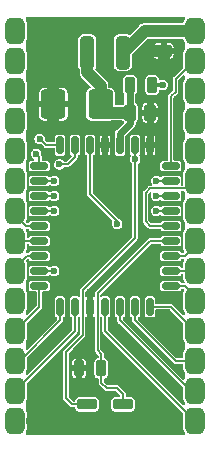
<source format=gtl>
G04 #@! TF.GenerationSoftware,KiCad,Pcbnew,7.0.1-0*
G04 #@! TF.CreationDate,2023-12-28T18:54:55-05:00*
G04 #@! TF.ProjectId,GW28R8128,47573238-5238-4313-9238-2e6b69636164,rev?*
G04 #@! TF.SameCoordinates,Original*
G04 #@! TF.FileFunction,Copper,L1,Top*
G04 #@! TF.FilePolarity,Positive*
%FSLAX46Y46*%
G04 Gerber Fmt 4.6, Leading zero omitted, Abs format (unit mm)*
G04 Created by KiCad (PCBNEW 7.0.1-0) date 2023-12-28 18:54:55*
%MOMM*%
%LPD*%
G01*
G04 APERTURE LIST*
G04 Aperture macros list*
%AMRoundRect*
0 Rectangle with rounded corners*
0 $1 Rounding radius*
0 $2 $3 $4 $5 $6 $7 $8 $9 X,Y pos of 4 corners*
0 Add a 4 corners polygon primitive as box body*
4,1,4,$2,$3,$4,$5,$6,$7,$8,$9,$2,$3,0*
0 Add four circle primitives for the rounded corners*
1,1,$1+$1,$2,$3*
1,1,$1+$1,$4,$5*
1,1,$1+$1,$6,$7*
1,1,$1+$1,$8,$9*
0 Add four rect primitives between the rounded corners*
20,1,$1+$1,$2,$3,$4,$5,0*
20,1,$1+$1,$4,$5,$6,$7,0*
20,1,$1+$1,$6,$7,$8,$9,0*
20,1,$1+$1,$8,$9,$2,$3,0*%
G04 Aperture macros list end*
G04 #@! TA.AperFunction,SMDPad,CuDef*
%ADD10RoundRect,0.150000X-0.150000X-0.587500X0.150000X-0.587500X0.150000X0.587500X-0.150000X0.587500X0*%
G04 #@! TD*
G04 #@! TA.AperFunction,SMDPad,CuDef*
%ADD11RoundRect,0.150000X-0.587500X-0.150000X0.587500X-0.150000X0.587500X0.150000X-0.587500X0.150000X0*%
G04 #@! TD*
G04 #@! TA.AperFunction,SMDPad,CuDef*
%ADD12RoundRect,0.262500X-0.437500X0.262500X-0.437500X-0.262500X0.437500X-0.262500X0.437500X0.262500X0*%
G04 #@! TD*
G04 #@! TA.AperFunction,SMDPad,CuDef*
%ADD13RoundRect,0.212500X0.212500X0.487500X-0.212500X0.487500X-0.212500X-0.487500X0.212500X-0.487500X0*%
G04 #@! TD*
G04 #@! TA.AperFunction,SMDPad,CuDef*
%ADD14RoundRect,0.212500X-0.212500X-0.487500X0.212500X-0.487500X0.212500X0.487500X-0.212500X0.487500X0*%
G04 #@! TD*
G04 #@! TA.AperFunction,ComponentPad*
%ADD15RoundRect,0.595000X-0.255000X-0.545000X0.255000X-0.545000X0.255000X0.545000X-0.255000X0.545000X0*%
G04 #@! TD*
G04 #@! TA.AperFunction,SMDPad,CuDef*
%ADD16RoundRect,0.225000X-0.625000X-0.225000X0.625000X-0.225000X0.625000X0.225000X-0.625000X0.225000X0*%
G04 #@! TD*
G04 #@! TA.AperFunction,SMDPad,CuDef*
%ADD17RoundRect,0.300000X0.300000X1.100000X-0.300000X1.100000X-0.300000X-1.100000X0.300000X-1.100000X0*%
G04 #@! TD*
G04 #@! TA.AperFunction,SMDPad,CuDef*
%ADD18RoundRect,0.315000X0.735000X0.935000X-0.735000X0.935000X-0.735000X-0.935000X0.735000X-0.935000X0*%
G04 #@! TD*
G04 #@! TA.AperFunction,SMDPad,CuDef*
%ADD19RoundRect,0.262500X-0.262500X-0.437500X0.262500X-0.437500X0.262500X0.437500X-0.262500X0.437500X0*%
G04 #@! TD*
G04 #@! TA.AperFunction,ViaPad*
%ADD20C,0.600000*%
G04 #@! TD*
G04 #@! TA.AperFunction,ViaPad*
%ADD21C,0.800000*%
G04 #@! TD*
G04 #@! TA.AperFunction,ViaPad*
%ADD22C,1.000000*%
G04 #@! TD*
G04 #@! TA.AperFunction,Conductor*
%ADD23C,0.600000*%
G04 #@! TD*
G04 #@! TA.AperFunction,Conductor*
%ADD24C,1.000000*%
G04 #@! TD*
G04 #@! TA.AperFunction,Conductor*
%ADD25C,0.152400*%
G04 #@! TD*
G04 #@! TA.AperFunction,Conductor*
%ADD26C,0.508000*%
G04 #@! TD*
G04 #@! TA.AperFunction,Conductor*
%ADD27C,0.800000*%
G04 #@! TD*
G04 #@! TA.AperFunction,Conductor*
%ADD28C,0.150000*%
G04 #@! TD*
G04 #@! TA.AperFunction,Conductor*
%ADD29C,0.300000*%
G04 #@! TD*
G04 APERTURE END LIST*
D10*
X48260000Y-29992500D03*
X46990000Y-29992500D03*
X45720000Y-29992500D03*
X44450000Y-29992500D03*
D11*
X42697500Y-31750000D03*
X42697500Y-33020000D03*
X42697500Y-34290000D03*
X42697500Y-35560000D03*
X42697500Y-36830000D03*
X42697500Y-38100000D03*
X42697500Y-39370000D03*
X42697500Y-40640000D03*
X42697500Y-41910000D03*
D10*
X44450000Y-43667500D03*
X45720000Y-43667500D03*
X46990000Y-43667500D03*
X48260000Y-43667500D03*
X49530000Y-43667500D03*
X50800000Y-43667500D03*
X52070000Y-43667500D03*
D11*
X53822500Y-41910000D03*
X53822500Y-40640000D03*
X53822500Y-39370000D03*
X53822500Y-38100000D03*
X53822500Y-36830000D03*
X53822500Y-35560000D03*
X53822500Y-34290000D03*
X53822500Y-33020000D03*
X53822500Y-31750000D03*
D10*
X52070000Y-29992500D03*
X50800000Y-29992500D03*
X49530000Y-29992500D03*
D12*
X53213000Y-20320000D03*
X53213000Y-22020000D03*
D13*
X47940000Y-48895000D03*
X46040000Y-48895000D03*
D14*
X50355500Y-24892000D03*
X52255500Y-24892000D03*
D15*
X40640000Y-20320000D03*
X40640000Y-22860000D03*
X40640000Y-25400000D03*
X40640000Y-27940000D03*
X40640000Y-30480000D03*
X40640000Y-33020000D03*
X40640000Y-35560000D03*
X40640000Y-38100000D03*
X40640000Y-40640000D03*
X40640000Y-43180000D03*
X40640000Y-45720000D03*
X40640000Y-48260000D03*
X40640000Y-50800000D03*
X40640000Y-53340000D03*
X55880000Y-53340000D03*
X55880000Y-50800000D03*
X55880000Y-48260000D03*
X55880000Y-45720000D03*
X55880000Y-43180000D03*
X55880000Y-40640000D03*
X55880000Y-38100000D03*
X55880000Y-35560000D03*
X55880000Y-33020000D03*
X55880000Y-30480000D03*
X55880000Y-27940000D03*
X55880000Y-25400000D03*
X55880000Y-22860000D03*
X55880000Y-20320000D03*
D16*
X49784000Y-51943000D03*
X46736000Y-51943000D03*
D17*
X49760000Y-22161500D03*
X46760000Y-22161500D03*
D18*
X47879000Y-26543000D03*
X43879000Y-26543000D03*
D19*
X50394500Y-27241500D03*
X52094500Y-27241500D03*
D20*
X53975000Y-50165000D03*
X53975000Y-46355000D03*
X51435000Y-40640000D03*
X42291000Y-53340000D03*
X46990000Y-44958000D03*
X54356000Y-30226000D03*
X54356000Y-26098500D03*
X45974000Y-36258500D03*
X52070000Y-31242000D03*
D21*
X53149500Y-27178000D03*
D22*
X51870000Y-22020000D03*
X53213000Y-23177500D03*
D20*
X54356000Y-28194000D03*
X52070000Y-26105500D03*
X46101000Y-50038000D03*
D22*
X43878500Y-28448000D03*
D20*
X48260000Y-31242000D03*
X46990000Y-42418000D03*
X52070000Y-28702000D03*
D22*
X43878500Y-24638000D03*
D20*
X43942000Y-35560000D03*
X52578000Y-34290000D03*
X42418000Y-30734000D03*
X43942000Y-33020000D03*
X43942000Y-34290000D03*
X43942000Y-40640000D03*
X52578000Y-35560000D03*
X42735500Y-29464000D03*
X52578000Y-33020000D03*
X44386500Y-31623000D03*
X49276000Y-36639500D03*
X53149500Y-24892000D03*
X50800000Y-31178500D03*
D23*
X50355500Y-24892000D02*
X50355500Y-27202500D01*
D24*
X46760000Y-23836500D02*
X47879000Y-24955500D01*
X46760000Y-22161500D02*
X46760000Y-23836500D01*
X47879000Y-24955500D02*
X47879000Y-26543000D01*
X48577500Y-27241500D02*
X47879000Y-26543000D01*
D23*
X50355500Y-27202500D02*
X50394500Y-27241500D01*
X49530000Y-29019500D02*
X50394500Y-28155000D01*
X49530000Y-29992500D02*
X49530000Y-29019500D01*
X50394500Y-28155000D02*
X50394500Y-27241500D01*
D24*
X50394500Y-27241500D02*
X48577500Y-27241500D01*
D25*
X46040000Y-48895000D02*
X46040000Y-49977000D01*
D26*
X46990000Y-43667500D02*
X46990000Y-42418000D01*
D25*
X46040000Y-49977000D02*
X46101000Y-50038000D01*
D24*
X53213000Y-22020000D02*
X53213000Y-23177500D01*
D26*
X48260000Y-29992500D02*
X48260000Y-31242000D01*
D24*
X43878500Y-26543500D02*
X43878500Y-28448000D01*
D23*
X52070000Y-29992500D02*
X52070000Y-28702000D01*
D24*
X43879000Y-26543000D02*
X43878500Y-26542500D01*
D23*
X52070000Y-27266000D02*
X52094500Y-27241500D01*
D27*
X52158000Y-27178000D02*
X53149500Y-27178000D01*
D24*
X53213000Y-22020000D02*
X51870000Y-22020000D01*
D23*
X52094500Y-27241500D02*
X52070000Y-27217000D01*
D26*
X46990000Y-43667500D02*
X46990000Y-44958000D01*
D23*
X52070000Y-27217000D02*
X52070000Y-26105500D01*
D26*
X52070000Y-29992500D02*
X52070000Y-31242000D01*
D27*
X52094500Y-27241500D02*
X52158000Y-27178000D01*
D24*
X43878500Y-26542500D02*
X43878500Y-24638000D01*
X43879000Y-26543000D02*
X43878500Y-26543500D01*
D23*
X52070000Y-28702000D02*
X52070000Y-27266000D01*
D25*
X42697500Y-35560000D02*
X43942000Y-35560000D01*
X54991000Y-41910000D02*
X55880000Y-42799000D01*
X55880000Y-42799000D02*
X55880000Y-43180000D01*
X53822500Y-41910000D02*
X54991000Y-41910000D01*
X52070000Y-43667500D02*
X53827500Y-43667500D01*
X53827500Y-43667500D02*
X55880000Y-45720000D01*
X53822500Y-34290000D02*
X52578000Y-34290000D01*
D28*
X42697500Y-31013500D02*
X42697500Y-31750000D01*
X42418000Y-30734000D02*
X42697500Y-31013500D01*
D25*
X42697500Y-33020000D02*
X43942000Y-33020000D01*
X42697500Y-34290000D02*
X43942000Y-34290000D01*
X42697500Y-36830000D02*
X41529000Y-36830000D01*
X40640000Y-35941000D02*
X40640000Y-35560000D01*
X41529000Y-36830000D02*
X40640000Y-35941000D01*
X40640000Y-38100000D02*
X42697500Y-38100000D01*
X42697500Y-39370000D02*
X41656000Y-39370000D01*
X41656000Y-39370000D02*
X40640000Y-40386000D01*
X40640000Y-40386000D02*
X40640000Y-40640000D01*
X42697500Y-40640000D02*
X43942000Y-40640000D01*
X53822500Y-35560000D02*
X52578000Y-35560000D01*
X41021000Y-48260000D02*
X44450000Y-44831000D01*
X44450000Y-44831000D02*
X44450000Y-43667500D01*
X40640000Y-48260000D02*
X41021000Y-48260000D01*
X50800000Y-44831000D02*
X54229000Y-48260000D01*
X50800000Y-43667500D02*
X50800000Y-44831000D01*
X54229000Y-48260000D02*
X55880000Y-48260000D01*
X42697500Y-43662500D02*
X40640000Y-45720000D01*
X42697500Y-41910000D02*
X42697500Y-43662500D01*
X45720000Y-45720000D02*
X45720000Y-43667500D01*
X40640000Y-50800000D02*
X45720000Y-45720000D01*
X48260000Y-45720000D02*
X55880000Y-53340000D01*
X48260000Y-43667500D02*
X48260000Y-45720000D01*
X49530000Y-44831000D02*
X55499000Y-50800000D01*
X49530000Y-43667500D02*
X49530000Y-44831000D01*
X55499000Y-50800000D02*
X55880000Y-50800000D01*
X54991000Y-39370000D02*
X55880000Y-38481000D01*
X53822500Y-39370000D02*
X54991000Y-39370000D01*
X55880000Y-38481000D02*
X55880000Y-38100000D01*
X55245000Y-33655000D02*
X52070000Y-33655000D01*
X52070000Y-36830000D02*
X53822500Y-36830000D01*
X51689000Y-34036000D02*
X51689000Y-36449000D01*
X55880000Y-33020000D02*
X55245000Y-33655000D01*
X52070000Y-33655000D02*
X51689000Y-34036000D01*
X51689000Y-36449000D02*
X52070000Y-36830000D01*
D28*
X43264000Y-29992500D02*
X44450000Y-29992500D01*
X42735500Y-29464000D02*
X43264000Y-29992500D01*
D25*
X53822500Y-33020000D02*
X52578000Y-33020000D01*
X54229000Y-25463500D02*
X54229000Y-24384000D01*
X54229000Y-24384000D02*
X55753000Y-22860000D01*
X53822500Y-25870000D02*
X54229000Y-25463500D01*
X55753000Y-22860000D02*
X55880000Y-22860000D01*
X53822500Y-31750000D02*
X53822500Y-25870000D01*
D28*
X45720000Y-30988000D02*
X45720000Y-29992500D01*
X44386500Y-31623000D02*
X45085000Y-31623000D01*
X45085000Y-31623000D02*
X45720000Y-30988000D01*
D25*
X49784000Y-51943000D02*
X49784000Y-51054000D01*
X47940000Y-47686000D02*
X47625000Y-47371000D01*
X52070000Y-38100000D02*
X53822500Y-38100000D01*
X48387000Y-50546000D02*
X47940000Y-50099000D01*
X47940000Y-48895000D02*
X47940000Y-47686000D01*
X49276000Y-50546000D02*
X48387000Y-50546000D01*
X49784000Y-51054000D02*
X49276000Y-50546000D01*
X47940000Y-50099000D02*
X47940000Y-48895000D01*
X47625000Y-42545000D02*
X52070000Y-38100000D01*
X47625000Y-47371000D02*
X47625000Y-42545000D01*
X46990000Y-34163000D02*
X46990000Y-29992500D01*
X49276000Y-36449000D02*
X46990000Y-34163000D01*
X49276000Y-36639500D02*
X49276000Y-36449000D01*
X53822500Y-40640000D02*
X55880000Y-40640000D01*
X46736000Y-51943000D02*
X45466000Y-51943000D01*
X50800000Y-37846000D02*
X50800000Y-29992500D01*
X44958000Y-47498000D02*
X46355000Y-46101000D01*
D29*
X52255500Y-24892000D02*
X53149500Y-24892000D01*
D25*
X46355000Y-42291000D02*
X50800000Y-37846000D01*
X46355000Y-46101000D02*
X46355000Y-42291000D01*
X44958000Y-51435000D02*
X44958000Y-47498000D01*
X45466000Y-51943000D02*
X44958000Y-51435000D01*
D24*
X51601500Y-20320000D02*
X49760000Y-22161500D01*
X53213000Y-20320000D02*
X51601500Y-20320000D01*
X53213000Y-20320000D02*
X55880000Y-20320000D01*
G04 #@! TA.AperFunction,Conductor*
G36*
X54953400Y-19111375D02*
G01*
X54980925Y-19138900D01*
X54991000Y-19176500D01*
X54991000Y-19356910D01*
X54979804Y-19396388D01*
X54942558Y-19456771D01*
X54889943Y-19615554D01*
X54862584Y-19652866D01*
X54818560Y-19667100D01*
X53817347Y-19667100D01*
X53783208Y-19658904D01*
X53780465Y-19657506D01*
X53683192Y-19642100D01*
X52742808Y-19642100D01*
X52645534Y-19657506D01*
X52642792Y-19658904D01*
X52608653Y-19667100D01*
X51681879Y-19667100D01*
X51665476Y-19665289D01*
X51663432Y-19664832D01*
X51663431Y-19664832D01*
X51592431Y-19667063D01*
X51590071Y-19667100D01*
X51560420Y-19667100D01*
X51553724Y-19667945D01*
X51546673Y-19668500D01*
X51498551Y-19670013D01*
X51474366Y-19677038D01*
X51462821Y-19679428D01*
X51437840Y-19682585D01*
X51393073Y-19700308D01*
X51386375Y-19702601D01*
X51340142Y-19716034D01*
X51318466Y-19728853D01*
X51307873Y-19734043D01*
X51284460Y-19743313D01*
X51245510Y-19771611D01*
X51239592Y-19775499D01*
X51198150Y-19800008D01*
X51180344Y-19817814D01*
X51171376Y-19825473D01*
X51151007Y-19840273D01*
X51120314Y-19877373D01*
X51115547Y-19882611D01*
X50357492Y-20640666D01*
X50321052Y-20660807D01*
X50279482Y-20658472D01*
X50145153Y-20611469D01*
X50133677Y-20610393D01*
X50114556Y-20608600D01*
X49405444Y-20608600D01*
X49386322Y-20610393D01*
X49374847Y-20611469D01*
X49245984Y-20656560D01*
X49136134Y-20737634D01*
X49055060Y-20847484D01*
X49009969Y-20976347D01*
X49007100Y-21006949D01*
X49007100Y-23316051D01*
X49009969Y-23346652D01*
X49047823Y-23454833D01*
X49055061Y-23475517D01*
X49136134Y-23585366D01*
X49245983Y-23666439D01*
X49374850Y-23711531D01*
X49405444Y-23714400D01*
X50114551Y-23714400D01*
X50114556Y-23714400D01*
X50145150Y-23711531D01*
X50274017Y-23666439D01*
X50383866Y-23585366D01*
X50464939Y-23475517D01*
X50510031Y-23346650D01*
X50512900Y-23316056D01*
X50512900Y-22363088D01*
X50518624Y-22334310D01*
X50534926Y-22309914D01*
X50574840Y-22270000D01*
X52360600Y-22270000D01*
X52360600Y-22315155D01*
X52375987Y-22412307D01*
X52435656Y-22529413D01*
X52528586Y-22622343D01*
X52645692Y-22682012D01*
X52742845Y-22697400D01*
X52963000Y-22697400D01*
X52963000Y-22270000D01*
X53463000Y-22270000D01*
X53463000Y-22697400D01*
X53683155Y-22697400D01*
X53780307Y-22682012D01*
X53897413Y-22622343D01*
X53990343Y-22529413D01*
X54050012Y-22412307D01*
X54065400Y-22315155D01*
X54065400Y-22270000D01*
X53463000Y-22270000D01*
X52963000Y-22270000D01*
X52360600Y-22270000D01*
X50574840Y-22270000D01*
X51074840Y-21770000D01*
X52360600Y-21770000D01*
X52963000Y-21770000D01*
X52963000Y-21342600D01*
X53463000Y-21342600D01*
X53463000Y-21770000D01*
X54065400Y-21770000D01*
X54065400Y-21724845D01*
X54050012Y-21627692D01*
X53990343Y-21510586D01*
X53897413Y-21417656D01*
X53780307Y-21357987D01*
X53683155Y-21342600D01*
X53463000Y-21342600D01*
X52963000Y-21342600D01*
X52742845Y-21342600D01*
X52645692Y-21357987D01*
X52528586Y-21417656D01*
X52435656Y-21510586D01*
X52375987Y-21627692D01*
X52360600Y-21724845D01*
X52360600Y-21770000D01*
X51074840Y-21770000D01*
X51849914Y-20994926D01*
X51874310Y-20978624D01*
X51903088Y-20972900D01*
X52608653Y-20972900D01*
X52642792Y-20981096D01*
X52645534Y-20982493D01*
X52742808Y-20997900D01*
X53683192Y-20997900D01*
X53780466Y-20982493D01*
X53783207Y-20981096D01*
X53817347Y-20972900D01*
X54818560Y-20972900D01*
X54862584Y-20987134D01*
X54889943Y-21024446D01*
X54942558Y-21183228D01*
X54979804Y-21243612D01*
X54991000Y-21283090D01*
X54991000Y-21896910D01*
X54979804Y-21936388D01*
X54942558Y-21996771D01*
X54887565Y-22162730D01*
X54877100Y-22265171D01*
X54877100Y-23380754D01*
X54871376Y-23409532D01*
X54855074Y-23433928D01*
X54072631Y-24216370D01*
X54069778Y-24219079D01*
X54039514Y-24246330D01*
X54029447Y-24268938D01*
X54023821Y-24279299D01*
X54010338Y-24300064D01*
X54008986Y-24308597D01*
X54003414Y-24327409D01*
X53999900Y-24335303D01*
X53999900Y-24360054D01*
X53998974Y-24371819D01*
X53995102Y-24396257D01*
X53997338Y-24404599D01*
X53999900Y-24424062D01*
X53999900Y-25337455D01*
X53994176Y-25366233D01*
X53977874Y-25390630D01*
X53666121Y-25702380D01*
X53663268Y-25705088D01*
X53633014Y-25732330D01*
X53622947Y-25754938D01*
X53617321Y-25765299D01*
X53603838Y-25786064D01*
X53602486Y-25794597D01*
X53596914Y-25813409D01*
X53593400Y-25821303D01*
X53593400Y-25846054D01*
X53592474Y-25857819D01*
X53588602Y-25882257D01*
X53590838Y-25890599D01*
X53593400Y-25910062D01*
X53593400Y-31221900D01*
X53583325Y-31259500D01*
X53555800Y-31287025D01*
X53518200Y-31297100D01*
X53189774Y-31297100D01*
X53164449Y-31300038D01*
X53060854Y-31345780D01*
X52980780Y-31425854D01*
X52950650Y-31494091D01*
X52935038Y-31529450D01*
X52932100Y-31554774D01*
X52932100Y-31945226D01*
X52935038Y-31970550D01*
X52980780Y-32074145D01*
X53060855Y-32154220D01*
X53164450Y-32199962D01*
X53189774Y-32202900D01*
X54455226Y-32202900D01*
X54480550Y-32199962D01*
X54584145Y-32154220D01*
X54664220Y-32074145D01*
X54709962Y-31970550D01*
X54712900Y-31945226D01*
X54712900Y-31554774D01*
X54709962Y-31529450D01*
X54664220Y-31425855D01*
X54584145Y-31345780D01*
X54480550Y-31300038D01*
X54455226Y-31297100D01*
X54126800Y-31297100D01*
X54089200Y-31287025D01*
X54061675Y-31259500D01*
X54051600Y-31221900D01*
X54051600Y-25996044D01*
X54057324Y-25967266D01*
X54073622Y-25942873D01*
X54385402Y-25631093D01*
X54388199Y-25628439D01*
X54418486Y-25601170D01*
X54428550Y-25578563D01*
X54434175Y-25568202D01*
X54447662Y-25547436D01*
X54449013Y-25538900D01*
X54454589Y-25520080D01*
X54458100Y-25512197D01*
X54458100Y-25487447D01*
X54459026Y-25475683D01*
X54462897Y-25451241D01*
X54460662Y-25442899D01*
X54458100Y-25423436D01*
X54458100Y-24510044D01*
X54463824Y-24481266D01*
X54480126Y-24456870D01*
X54862626Y-24074370D01*
X54901129Y-24053789D01*
X54944578Y-24058068D01*
X54978327Y-24085765D01*
X54991000Y-24127544D01*
X54991000Y-24436910D01*
X54979804Y-24476386D01*
X54974452Y-24485065D01*
X54942558Y-24536771D01*
X54887565Y-24702730D01*
X54887564Y-24702732D01*
X54887565Y-24702732D01*
X54878462Y-24791841D01*
X54877100Y-24805171D01*
X54877100Y-25994829D01*
X54887565Y-26097269D01*
X54942558Y-26263228D01*
X54979804Y-26323612D01*
X54991000Y-26363090D01*
X54991000Y-26976910D01*
X54979804Y-27016388D01*
X54942558Y-27076771D01*
X54887565Y-27242730D01*
X54877100Y-27345171D01*
X54877100Y-28534829D01*
X54887565Y-28637269D01*
X54942558Y-28803228D01*
X54979804Y-28863612D01*
X54991000Y-28903090D01*
X54991000Y-29516910D01*
X54979804Y-29556388D01*
X54942558Y-29616771D01*
X54887565Y-29782730D01*
X54877100Y-29885171D01*
X54877100Y-31074829D01*
X54887565Y-31177269D01*
X54920679Y-31277201D01*
X54942558Y-31343228D01*
X54974553Y-31395100D01*
X54979804Y-31403612D01*
X54991000Y-31443090D01*
X54991000Y-32056910D01*
X54979804Y-32096388D01*
X54942558Y-32156771D01*
X54887565Y-32322730D01*
X54887564Y-32322732D01*
X54887565Y-32322732D01*
X54877100Y-32425167D01*
X54877100Y-32891091D01*
X54877101Y-33350700D01*
X54867026Y-33388300D01*
X54839501Y-33415825D01*
X54801901Y-33425900D01*
X54743530Y-33425900D01*
X54697293Y-33410006D01*
X54670601Y-33369042D01*
X54674738Y-33320325D01*
X54692704Y-33279635D01*
X54709962Y-33240550D01*
X54712900Y-33215226D01*
X54712900Y-32824774D01*
X54709962Y-32799450D01*
X54664220Y-32695855D01*
X54584145Y-32615780D01*
X54480550Y-32570038D01*
X54455226Y-32567100D01*
X53189774Y-32567100D01*
X53164449Y-32570038D01*
X53060856Y-32615779D01*
X52992685Y-32683950D01*
X52957239Y-32703855D01*
X52916613Y-32702404D01*
X52882678Y-32680020D01*
X52877636Y-32674201D01*
X52768074Y-32603791D01*
X52695060Y-32582352D01*
X52643117Y-32567100D01*
X52512883Y-32567100D01*
X52476192Y-32577873D01*
X52387925Y-32603791D01*
X52369270Y-32615780D01*
X52278364Y-32674201D01*
X52278363Y-32674201D01*
X52278363Y-32674202D01*
X52193078Y-32772626D01*
X52138977Y-32891089D01*
X52120443Y-33020000D01*
X52138977Y-33148910D01*
X52193078Y-33267373D01*
X52222610Y-33301455D01*
X52240212Y-33339998D01*
X52234181Y-33381939D01*
X52206433Y-33413962D01*
X52165777Y-33425900D01*
X52077959Y-33425900D01*
X52074024Y-33425797D01*
X52043912Y-33424219D01*
X52033360Y-33423666D01*
X52033359Y-33423666D01*
X52010252Y-33432535D01*
X51998945Y-33435884D01*
X51974733Y-33441031D01*
X51967745Y-33446108D01*
X51950503Y-33455470D01*
X51942436Y-33458567D01*
X51924932Y-33476070D01*
X51915964Y-33483729D01*
X51895942Y-33498276D01*
X51891622Y-33505759D01*
X51879674Y-33521327D01*
X51532631Y-33868370D01*
X51529778Y-33871079D01*
X51499514Y-33898330D01*
X51489447Y-33920938D01*
X51483821Y-33931299D01*
X51470338Y-33952064D01*
X51468986Y-33960597D01*
X51463414Y-33979409D01*
X51459900Y-33987303D01*
X51459900Y-34012054D01*
X51458974Y-34023819D01*
X51455102Y-34048257D01*
X51457338Y-34056599D01*
X51459900Y-34076062D01*
X51459900Y-36441041D01*
X51459797Y-36444976D01*
X51457666Y-36485639D01*
X51466533Y-36508740D01*
X51469883Y-36520050D01*
X51475030Y-36544263D01*
X51480108Y-36551253D01*
X51489472Y-36568500D01*
X51492567Y-36576563D01*
X51492568Y-36576564D01*
X51510069Y-36594065D01*
X51517728Y-36603032D01*
X51532278Y-36623059D01*
X51539756Y-36627376D01*
X51555331Y-36639327D01*
X51902359Y-36986355D01*
X51905069Y-36989210D01*
X51932330Y-37019486D01*
X51954946Y-37029555D01*
X51965302Y-37035179D01*
X51986063Y-37048661D01*
X51994591Y-37050011D01*
X52013413Y-37055587D01*
X52021303Y-37059100D01*
X52046053Y-37059100D01*
X52057818Y-37060026D01*
X52082257Y-37063897D01*
X52082257Y-37063896D01*
X52082258Y-37063897D01*
X52090599Y-37061661D01*
X52110062Y-37059100D01*
X52889813Y-37059100D01*
X52930867Y-37071295D01*
X52958605Y-37103925D01*
X52980779Y-37154144D01*
X52980780Y-37154145D01*
X53060855Y-37234220D01*
X53164450Y-37279962D01*
X53189774Y-37282900D01*
X54455226Y-37282900D01*
X54480550Y-37279962D01*
X54584145Y-37234220D01*
X54664220Y-37154145D01*
X54709962Y-37050550D01*
X54712900Y-37025226D01*
X54712900Y-36634774D01*
X54709962Y-36609450D01*
X54664220Y-36505855D01*
X54584145Y-36425780D01*
X54480550Y-36380038D01*
X54455226Y-36377100D01*
X53189774Y-36377100D01*
X53164449Y-36380038D01*
X53060856Y-36425779D01*
X52980779Y-36505855D01*
X52958605Y-36556075D01*
X52930867Y-36588705D01*
X52889813Y-36600900D01*
X52196045Y-36600900D01*
X52167267Y-36595176D01*
X52142870Y-36578874D01*
X51940125Y-36376128D01*
X51923824Y-36351732D01*
X51918100Y-36322954D01*
X51918100Y-35560000D01*
X52120443Y-35560000D01*
X52138977Y-35688910D01*
X52193078Y-35807373D01*
X52193079Y-35807374D01*
X52278364Y-35905799D01*
X52387924Y-35976208D01*
X52512883Y-36012900D01*
X52643116Y-36012900D01*
X52643117Y-36012900D01*
X52768076Y-35976208D01*
X52877636Y-35905799D01*
X52882678Y-35899979D01*
X52916611Y-35877595D01*
X52957239Y-35876143D01*
X52992685Y-35896050D01*
X53060855Y-35964220D01*
X53164450Y-36009962D01*
X53189774Y-36012900D01*
X54455226Y-36012900D01*
X54480550Y-36009962D01*
X54584145Y-35964220D01*
X54664220Y-35884145D01*
X54709962Y-35780550D01*
X54712900Y-35755226D01*
X54712900Y-35364774D01*
X54709962Y-35339450D01*
X54664220Y-35235855D01*
X54584145Y-35155780D01*
X54480550Y-35110038D01*
X54455226Y-35107100D01*
X53189774Y-35107100D01*
X53164449Y-35110038D01*
X53060856Y-35155779D01*
X52992685Y-35223950D01*
X52957239Y-35243855D01*
X52916613Y-35242404D01*
X52882678Y-35220020D01*
X52877636Y-35214201D01*
X52768074Y-35143791D01*
X52695060Y-35122352D01*
X52643117Y-35107100D01*
X52512883Y-35107100D01*
X52476191Y-35117873D01*
X52387925Y-35143791D01*
X52369270Y-35155780D01*
X52278364Y-35214201D01*
X52278363Y-35214201D01*
X52278363Y-35214202D01*
X52193078Y-35312626D01*
X52138977Y-35431089D01*
X52120443Y-35560000D01*
X51918100Y-35560000D01*
X51918100Y-34162044D01*
X51923824Y-34133266D01*
X51940122Y-34108873D01*
X52055294Y-33993701D01*
X52101763Y-33971976D01*
X52151354Y-33985106D01*
X52180987Y-34026982D01*
X52176870Y-34078116D01*
X52138977Y-34161088D01*
X52120443Y-34290000D01*
X52138977Y-34418910D01*
X52193078Y-34537373D01*
X52193079Y-34537374D01*
X52278364Y-34635799D01*
X52387924Y-34706208D01*
X52512883Y-34742900D01*
X52643116Y-34742900D01*
X52643117Y-34742900D01*
X52768076Y-34706208D01*
X52877636Y-34635799D01*
X52882678Y-34629979D01*
X52916611Y-34607595D01*
X52957239Y-34606143D01*
X52992685Y-34626050D01*
X53060855Y-34694220D01*
X53164450Y-34739962D01*
X53189774Y-34742900D01*
X54455226Y-34742900D01*
X54480550Y-34739962D01*
X54584145Y-34694220D01*
X54664220Y-34614145D01*
X54709962Y-34510550D01*
X54712900Y-34485226D01*
X54712900Y-34094774D01*
X54709962Y-34069450D01*
X54684619Y-34012054D01*
X54674738Y-33989675D01*
X54670601Y-33940958D01*
X54697293Y-33899994D01*
X54743530Y-33884100D01*
X54901126Y-33884100D01*
X54937775Y-33893635D01*
X54965129Y-33919821D01*
X54969153Y-33926344D01*
X54979805Y-33943614D01*
X54991000Y-33983091D01*
X54991000Y-34596910D01*
X54979804Y-34636388D01*
X54942558Y-34696771D01*
X54887565Y-34862730D01*
X54877100Y-34965171D01*
X54877100Y-36154829D01*
X54887565Y-36257269D01*
X54932252Y-36392126D01*
X54942558Y-36423228D01*
X54955972Y-36444976D01*
X54979804Y-36483612D01*
X54991000Y-36523090D01*
X54991000Y-37136910D01*
X54979804Y-37176388D01*
X54942558Y-37236771D01*
X54887565Y-37402730D01*
X54877100Y-37505171D01*
X54877100Y-38694829D01*
X54887565Y-38797268D01*
X54942558Y-38963228D01*
X54944131Y-38965779D01*
X54961402Y-38993778D01*
X54972090Y-39041986D01*
X54950573Y-39086430D01*
X54918126Y-39118876D01*
X54893733Y-39135176D01*
X54864955Y-39140900D01*
X54755187Y-39140900D01*
X54714133Y-39128705D01*
X54686395Y-39096075D01*
X54664220Y-39045855D01*
X54641977Y-39023612D01*
X54584145Y-38965780D01*
X54578365Y-38963228D01*
X54480550Y-38920038D01*
X54455226Y-38917100D01*
X53189774Y-38917100D01*
X53164449Y-38920038D01*
X53060854Y-38965780D01*
X52980780Y-39045854D01*
X52938858Y-39140797D01*
X52935038Y-39149450D01*
X52932100Y-39174774D01*
X52932100Y-39565226D01*
X52935038Y-39590550D01*
X52980780Y-39694145D01*
X53060855Y-39774220D01*
X53164450Y-39819962D01*
X53189774Y-39822900D01*
X54455226Y-39822900D01*
X54480550Y-39819962D01*
X54584145Y-39774220D01*
X54664220Y-39694145D01*
X54686395Y-39643925D01*
X54714133Y-39611295D01*
X54755187Y-39599100D01*
X54915800Y-39599100D01*
X54953400Y-39609175D01*
X54980925Y-39636700D01*
X54991000Y-39674300D01*
X54991000Y-39676910D01*
X54979804Y-39716388D01*
X54942558Y-39776771D01*
X54887565Y-39942730D01*
X54877100Y-40045171D01*
X54877100Y-40335700D01*
X54867025Y-40373300D01*
X54839500Y-40400825D01*
X54801900Y-40410900D01*
X54755187Y-40410900D01*
X54714133Y-40398705D01*
X54686395Y-40366075D01*
X54664220Y-40315855D01*
X54642566Y-40294201D01*
X54584145Y-40235780D01*
X54480550Y-40190038D01*
X54455226Y-40187100D01*
X53189774Y-40187100D01*
X53164449Y-40190038D01*
X53060854Y-40235780D01*
X52980780Y-40315854D01*
X52943261Y-40400825D01*
X52935038Y-40419450D01*
X52932100Y-40444774D01*
X52932100Y-40835226D01*
X52935038Y-40860550D01*
X52980780Y-40964145D01*
X53060855Y-41044220D01*
X53164450Y-41089962D01*
X53189774Y-41092900D01*
X54455226Y-41092900D01*
X54480550Y-41089962D01*
X54584145Y-41044220D01*
X54664220Y-40964145D01*
X54686395Y-40913925D01*
X54714133Y-40881295D01*
X54755187Y-40869100D01*
X54801901Y-40869100D01*
X54839501Y-40879175D01*
X54867026Y-40906700D01*
X54877101Y-40944300D01*
X54877101Y-41234832D01*
X54887565Y-41337268D01*
X54942558Y-41503228D01*
X54944131Y-41505779D01*
X54979804Y-41563612D01*
X54991000Y-41603090D01*
X54991000Y-41605700D01*
X54980925Y-41643300D01*
X54953400Y-41670825D01*
X54915800Y-41680900D01*
X54755187Y-41680900D01*
X54714133Y-41668705D01*
X54686395Y-41636075D01*
X54664220Y-41585855D01*
X54641977Y-41563612D01*
X54584145Y-41505780D01*
X54578365Y-41503228D01*
X54480550Y-41460038D01*
X54455226Y-41457100D01*
X53189774Y-41457100D01*
X53164449Y-41460038D01*
X53060854Y-41505780D01*
X52980780Y-41585854D01*
X52940073Y-41678045D01*
X52935038Y-41689450D01*
X52932100Y-41714774D01*
X52932100Y-42105226D01*
X52935038Y-42130550D01*
X52980780Y-42234145D01*
X53060855Y-42314220D01*
X53164450Y-42359962D01*
X53189774Y-42362900D01*
X54455226Y-42362900D01*
X54480550Y-42359962D01*
X54584145Y-42314220D01*
X54664220Y-42234145D01*
X54682137Y-42193568D01*
X54686395Y-42183925D01*
X54714133Y-42151295D01*
X54755187Y-42139100D01*
X54864956Y-42139100D01*
X54893734Y-42144824D01*
X54918130Y-42161126D01*
X54950572Y-42193568D01*
X54972089Y-42238011D01*
X54961403Y-42286219D01*
X54942558Y-42316772D01*
X54887565Y-42482730D01*
X54884076Y-42516877D01*
X54878123Y-42575161D01*
X54877100Y-42585171D01*
X54877100Y-43774829D01*
X54887565Y-43877269D01*
X54942558Y-44043228D01*
X54979804Y-44103612D01*
X54991000Y-44143090D01*
X54991000Y-44325455D01*
X54978327Y-44367234D01*
X54944578Y-44394931D01*
X54901129Y-44399210D01*
X54862626Y-44378629D01*
X53995130Y-43511133D01*
X53992420Y-43508278D01*
X53965169Y-43478013D01*
X53942558Y-43467945D01*
X53932192Y-43462317D01*
X53911435Y-43448838D01*
X53902902Y-43447486D01*
X53884086Y-43441912D01*
X53876197Y-43438400D01*
X53851446Y-43438400D01*
X53839682Y-43437474D01*
X53837330Y-43437101D01*
X53815242Y-43433602D01*
X53806901Y-43435838D01*
X53787438Y-43438400D01*
X52598100Y-43438400D01*
X52560500Y-43428325D01*
X52532975Y-43400800D01*
X52522900Y-43363200D01*
X52522900Y-43034774D01*
X52519962Y-43009450D01*
X52474220Y-42905855D01*
X52394145Y-42825780D01*
X52290550Y-42780038D01*
X52265226Y-42777100D01*
X51874774Y-42777100D01*
X51849449Y-42780038D01*
X51745854Y-42825780D01*
X51665780Y-42905854D01*
X51664099Y-42909660D01*
X51620038Y-43009450D01*
X51617100Y-43034774D01*
X51617100Y-44300226D01*
X51620038Y-44325550D01*
X51665780Y-44429145D01*
X51745855Y-44509220D01*
X51849450Y-44554962D01*
X51874774Y-44557900D01*
X52265226Y-44557900D01*
X52290550Y-44554962D01*
X52394145Y-44509220D01*
X52474220Y-44429145D01*
X52519962Y-44325550D01*
X52522900Y-44300226D01*
X52522900Y-43971800D01*
X52532975Y-43934200D01*
X52560500Y-43906675D01*
X52598100Y-43896600D01*
X53701456Y-43896600D01*
X53730234Y-43902324D01*
X53754630Y-43918626D01*
X54859623Y-45023619D01*
X54877299Y-45051586D01*
X54881260Y-45084433D01*
X54877100Y-45125166D01*
X54877100Y-46314829D01*
X54887565Y-46417269D01*
X54942558Y-46583228D01*
X54979804Y-46643612D01*
X54991000Y-46683090D01*
X54991000Y-47296910D01*
X54979804Y-47336388D01*
X54942558Y-47396771D01*
X54887565Y-47562730D01*
X54877100Y-47665171D01*
X54877100Y-47955700D01*
X54867025Y-47993300D01*
X54839500Y-48020825D01*
X54801900Y-48030900D01*
X54355044Y-48030900D01*
X54326266Y-48025176D01*
X54301870Y-48008874D01*
X51051126Y-44758129D01*
X51034824Y-44733733D01*
X51029100Y-44704955D01*
X51029100Y-44600187D01*
X51041295Y-44559133D01*
X51073925Y-44531395D01*
X51101563Y-44519191D01*
X51124145Y-44509220D01*
X51204220Y-44429145D01*
X51249962Y-44325550D01*
X51252900Y-44300226D01*
X51252900Y-43034774D01*
X51249962Y-43009450D01*
X51204220Y-42905855D01*
X51124145Y-42825780D01*
X51020550Y-42780038D01*
X50995226Y-42777100D01*
X50604774Y-42777100D01*
X50579449Y-42780038D01*
X50475854Y-42825780D01*
X50395780Y-42905854D01*
X50394099Y-42909660D01*
X50350038Y-43009450D01*
X50347100Y-43034774D01*
X50347100Y-44300226D01*
X50350038Y-44325550D01*
X50395780Y-44429145D01*
X50473638Y-44507003D01*
X50475855Y-44509220D01*
X50526075Y-44531395D01*
X50558705Y-44559133D01*
X50570900Y-44600187D01*
X50570900Y-44823041D01*
X50570797Y-44826976D01*
X50568666Y-44867639D01*
X50577533Y-44890740D01*
X50580883Y-44902050D01*
X50586030Y-44926263D01*
X50591108Y-44933253D01*
X50600472Y-44950500D01*
X50603567Y-44958563D01*
X50603568Y-44958564D01*
X50621069Y-44976065D01*
X50628728Y-44985032D01*
X50643278Y-45005059D01*
X50650756Y-45009376D01*
X50666331Y-45021327D01*
X54061359Y-48416355D01*
X54064069Y-48419210D01*
X54091330Y-48449486D01*
X54113946Y-48459555D01*
X54124302Y-48465179D01*
X54145063Y-48478661D01*
X54153591Y-48480011D01*
X54172413Y-48485587D01*
X54180303Y-48489100D01*
X54205053Y-48489100D01*
X54216818Y-48490026D01*
X54241257Y-48493897D01*
X54241257Y-48493896D01*
X54241258Y-48493897D01*
X54249599Y-48491661D01*
X54269062Y-48489100D01*
X54801901Y-48489100D01*
X54839501Y-48499175D01*
X54867026Y-48526700D01*
X54877101Y-48564300D01*
X54877101Y-48854829D01*
X54887565Y-48957269D01*
X54942558Y-49123228D01*
X54979804Y-49183612D01*
X54991000Y-49223090D01*
X54991000Y-49786456D01*
X54978327Y-49828235D01*
X54944578Y-49855932D01*
X54901129Y-49860211D01*
X54862626Y-49839630D01*
X52353366Y-47330370D01*
X49781126Y-44758129D01*
X49764824Y-44733733D01*
X49759100Y-44704955D01*
X49759100Y-44600187D01*
X49771295Y-44559133D01*
X49803925Y-44531395D01*
X49831563Y-44519191D01*
X49854145Y-44509220D01*
X49934220Y-44429145D01*
X49979962Y-44325550D01*
X49982900Y-44300226D01*
X49982900Y-43034774D01*
X49979962Y-43009450D01*
X49934220Y-42905855D01*
X49854145Y-42825780D01*
X49750550Y-42780038D01*
X49725226Y-42777100D01*
X49334774Y-42777100D01*
X49309449Y-42780038D01*
X49205854Y-42825780D01*
X49125780Y-42905854D01*
X49124099Y-42909660D01*
X49080038Y-43009450D01*
X49077100Y-43034774D01*
X49077100Y-44300226D01*
X49080038Y-44325550D01*
X49125780Y-44429145D01*
X49203638Y-44507003D01*
X49205855Y-44509220D01*
X49256075Y-44531395D01*
X49288705Y-44559133D01*
X49300900Y-44600187D01*
X49300900Y-44823041D01*
X49300797Y-44826976D01*
X49298666Y-44867639D01*
X49307533Y-44890740D01*
X49310883Y-44902050D01*
X49316030Y-44926263D01*
X49321108Y-44933253D01*
X49330472Y-44950500D01*
X49333567Y-44958563D01*
X49333568Y-44958564D01*
X49351069Y-44976065D01*
X49358728Y-44985032D01*
X49373278Y-45005059D01*
X49380756Y-45009376D01*
X49396331Y-45021327D01*
X54855074Y-50480071D01*
X54871376Y-50504467D01*
X54877100Y-50533245D01*
X54877100Y-51394829D01*
X54887565Y-51497269D01*
X54914999Y-51580059D01*
X54942558Y-51663228D01*
X54970282Y-51708176D01*
X54979804Y-51723612D01*
X54991000Y-51763090D01*
X54991000Y-51945456D01*
X54978327Y-51987235D01*
X54944578Y-52014932D01*
X54901129Y-52019211D01*
X54862626Y-51998630D01*
X51718829Y-48854833D01*
X48511126Y-45647129D01*
X48494824Y-45622733D01*
X48489100Y-45593955D01*
X48489100Y-44600187D01*
X48501295Y-44559133D01*
X48533925Y-44531395D01*
X48561563Y-44519191D01*
X48584145Y-44509220D01*
X48664220Y-44429145D01*
X48709962Y-44325550D01*
X48712900Y-44300226D01*
X48712900Y-43034774D01*
X48709962Y-43009450D01*
X48664220Y-42905855D01*
X48584145Y-42825780D01*
X48480550Y-42780038D01*
X48455226Y-42777100D01*
X48064774Y-42777100D01*
X48039449Y-42780038D01*
X47959675Y-42815262D01*
X47910958Y-42819399D01*
X47869994Y-42792707D01*
X47854100Y-42746470D01*
X47854100Y-42671044D01*
X47859824Y-42642266D01*
X47876126Y-42617870D01*
X52142870Y-38351126D01*
X52167266Y-38334824D01*
X52196044Y-38329100D01*
X52889813Y-38329100D01*
X52930867Y-38341295D01*
X52958605Y-38373925D01*
X52980779Y-38424144D01*
X52980780Y-38424145D01*
X53060855Y-38504220D01*
X53164450Y-38549962D01*
X53189774Y-38552900D01*
X54455226Y-38552900D01*
X54480550Y-38549962D01*
X54584145Y-38504220D01*
X54664220Y-38424145D01*
X54709962Y-38320550D01*
X54712900Y-38295226D01*
X54712900Y-37904774D01*
X54709962Y-37879450D01*
X54664220Y-37775855D01*
X54584145Y-37695780D01*
X54480550Y-37650038D01*
X54455226Y-37647100D01*
X53189774Y-37647100D01*
X53164449Y-37650038D01*
X53060856Y-37695779D01*
X52980779Y-37775855D01*
X52958605Y-37826075D01*
X52930867Y-37858705D01*
X52889813Y-37870900D01*
X52077959Y-37870900D01*
X52074024Y-37870797D01*
X52057804Y-37869947D01*
X52033360Y-37868666D01*
X52033359Y-37868666D01*
X52010252Y-37877535D01*
X51998945Y-37880884D01*
X51974733Y-37886031D01*
X51967745Y-37891108D01*
X51950503Y-37900470D01*
X51942436Y-37903567D01*
X51924932Y-37921070D01*
X51915964Y-37928729D01*
X51895942Y-37943277D01*
X51891622Y-37950759D01*
X51879673Y-37966329D01*
X47468631Y-42377370D01*
X47465778Y-42380079D01*
X47435514Y-42407330D01*
X47425447Y-42429938D01*
X47419821Y-42440299D01*
X47406338Y-42461064D01*
X47404986Y-42469597D01*
X47399414Y-42488409D01*
X47395900Y-42496303D01*
X47395900Y-42521054D01*
X47394974Y-42532819D01*
X47391102Y-42557257D01*
X47393338Y-42565599D01*
X47395900Y-42585062D01*
X47395900Y-42747017D01*
X47380006Y-42793254D01*
X47339042Y-42819946D01*
X47290325Y-42815809D01*
X47240000Y-42793588D01*
X47240000Y-44541411D01*
X47290325Y-44519191D01*
X47339042Y-44515054D01*
X47380006Y-44541746D01*
X47395900Y-44587983D01*
X47395900Y-47363041D01*
X47395797Y-47366976D01*
X47393666Y-47407639D01*
X47402533Y-47430740D01*
X47405883Y-47442050D01*
X47411030Y-47466263D01*
X47416108Y-47473253D01*
X47425472Y-47490500D01*
X47428567Y-47498563D01*
X47428568Y-47498564D01*
X47446069Y-47516065D01*
X47453728Y-47525032D01*
X47468278Y-47545059D01*
X47475756Y-47549376D01*
X47491331Y-47561327D01*
X47688874Y-47758870D01*
X47705176Y-47783266D01*
X47710900Y-47812044D01*
X47710900Y-47974429D01*
X47702562Y-48008845D01*
X47679398Y-48035630D01*
X47646543Y-48048843D01*
X47621797Y-48052448D01*
X47512237Y-48106008D01*
X47426008Y-48192237D01*
X47372448Y-48301797D01*
X47362100Y-48372823D01*
X47362100Y-49417177D01*
X47372448Y-49488202D01*
X47426008Y-49597762D01*
X47512237Y-49683991D01*
X47621797Y-49737551D01*
X47646543Y-49741157D01*
X47679398Y-49754370D01*
X47702562Y-49781155D01*
X47710900Y-49815571D01*
X47710900Y-50091041D01*
X47710797Y-50094976D01*
X47708666Y-50135639D01*
X47717533Y-50158740D01*
X47720883Y-50170050D01*
X47726030Y-50194263D01*
X47731108Y-50201253D01*
X47740472Y-50218500D01*
X47743567Y-50226563D01*
X47743568Y-50226564D01*
X47761069Y-50244065D01*
X47768728Y-50253032D01*
X47783278Y-50273059D01*
X47790756Y-50277376D01*
X47806331Y-50289327D01*
X48219359Y-50702355D01*
X48222069Y-50705210D01*
X48249330Y-50735486D01*
X48271946Y-50745555D01*
X48282302Y-50751179D01*
X48303062Y-50764660D01*
X48303063Y-50764661D01*
X48311586Y-50766011D01*
X48330411Y-50771586D01*
X48338303Y-50775100D01*
X48363060Y-50775100D01*
X48374822Y-50776025D01*
X48399258Y-50779896D01*
X48407595Y-50777662D01*
X48427057Y-50775100D01*
X49149956Y-50775100D01*
X49178734Y-50780824D01*
X49203130Y-50797126D01*
X49532874Y-51126870D01*
X49549176Y-51151266D01*
X49554900Y-51180044D01*
X49554900Y-51264901D01*
X49544825Y-51302501D01*
X49517300Y-51330026D01*
X49479700Y-51340101D01*
X49123135Y-51340101D01*
X49049681Y-51350801D01*
X48936373Y-51406194D01*
X48847194Y-51495373D01*
X48791801Y-51608681D01*
X48781100Y-51682135D01*
X48781100Y-52203865D01*
X48791801Y-52277318D01*
X48847194Y-52390626D01*
X48936373Y-52479805D01*
X48936374Y-52479805D01*
X48936375Y-52479806D01*
X49049681Y-52535198D01*
X49123137Y-52545900D01*
X50444862Y-52545899D01*
X50444865Y-52545899D01*
X50499954Y-52537873D01*
X50518319Y-52535198D01*
X50631625Y-52479806D01*
X50720806Y-52390625D01*
X50776198Y-52277319D01*
X50786900Y-52203863D01*
X50786899Y-51682138D01*
X50786899Y-51682135D01*
X50786899Y-51682134D01*
X50776198Y-51608681D01*
X50720805Y-51495373D01*
X50631626Y-51406194D01*
X50518318Y-51350801D01*
X50444865Y-51340100D01*
X50444863Y-51340100D01*
X50088300Y-51340100D01*
X50050700Y-51330025D01*
X50023175Y-51302500D01*
X50013100Y-51264900D01*
X50013100Y-51061959D01*
X50013203Y-51058024D01*
X50013248Y-51057157D01*
X50015334Y-51017360D01*
X50006465Y-50994257D01*
X50003115Y-50982947D01*
X49997969Y-50958735D01*
X49992894Y-50951750D01*
X49983526Y-50934498D01*
X49980432Y-50926435D01*
X49962926Y-50908929D01*
X49955268Y-50899962D01*
X49940722Y-50879942D01*
X49933245Y-50875625D01*
X49917671Y-50863674D01*
X49443630Y-50389633D01*
X49440920Y-50386778D01*
X49413669Y-50356513D01*
X49391058Y-50346445D01*
X49380692Y-50340817D01*
X49359935Y-50327338D01*
X49351402Y-50325986D01*
X49332586Y-50320412D01*
X49324697Y-50316900D01*
X49299946Y-50316900D01*
X49288182Y-50315974D01*
X49285830Y-50315601D01*
X49263742Y-50312102D01*
X49255401Y-50314338D01*
X49235938Y-50316900D01*
X48513045Y-50316900D01*
X48484267Y-50311176D01*
X48459871Y-50294874D01*
X48191126Y-50026129D01*
X48174824Y-50001733D01*
X48169100Y-49972955D01*
X48169100Y-49815571D01*
X48177438Y-49781155D01*
X48200602Y-49754370D01*
X48233457Y-49741157D01*
X48252456Y-49738388D01*
X48258203Y-49737551D01*
X48367761Y-49683992D01*
X48453992Y-49597761D01*
X48507551Y-49488203D01*
X48517900Y-49417174D01*
X48517900Y-48372826D01*
X48507551Y-48301797D01*
X48453992Y-48192239D01*
X48453991Y-48192238D01*
X48453991Y-48192237D01*
X48367762Y-48106008D01*
X48258202Y-48052448D01*
X48233457Y-48048843D01*
X48200602Y-48035630D01*
X48177438Y-48008845D01*
X48169100Y-47974429D01*
X48169100Y-47693959D01*
X48169203Y-47690024D01*
X48170505Y-47665171D01*
X48171334Y-47649360D01*
X48162465Y-47626257D01*
X48159115Y-47614946D01*
X48153969Y-47590735D01*
X48148891Y-47583746D01*
X48139526Y-47566497D01*
X48136432Y-47558436D01*
X48118926Y-47540930D01*
X48111267Y-47531962D01*
X48096722Y-47511941D01*
X48089242Y-47507623D01*
X48073670Y-47495673D01*
X47876126Y-47298129D01*
X47859824Y-47273733D01*
X47854100Y-47244955D01*
X47854100Y-44588530D01*
X47869994Y-44542293D01*
X47910958Y-44515601D01*
X47959675Y-44519738D01*
X47986075Y-44531395D01*
X48018705Y-44559133D01*
X48030900Y-44600187D01*
X48030900Y-45712041D01*
X48030797Y-45715976D01*
X48028666Y-45756639D01*
X48037533Y-45779740D01*
X48040883Y-45791050D01*
X48046030Y-45815263D01*
X48051108Y-45822253D01*
X48060472Y-45839500D01*
X48063567Y-45847563D01*
X48063568Y-45847564D01*
X48081069Y-45865065D01*
X48088728Y-45874032D01*
X48103278Y-45894059D01*
X48110756Y-45898376D01*
X48126331Y-45910327D01*
X54859623Y-52643619D01*
X54877299Y-52671586D01*
X54881260Y-52704433D01*
X54877100Y-52745166D01*
X54877100Y-53934829D01*
X54887555Y-54037167D01*
X54887565Y-54037268D01*
X54942558Y-54203228D01*
X54979216Y-54262660D01*
X54979804Y-54263612D01*
X54991000Y-54303090D01*
X54991000Y-54483500D01*
X54980925Y-54521100D01*
X54953400Y-54548625D01*
X54915800Y-54558700D01*
X41604200Y-54558700D01*
X41566600Y-54548625D01*
X41539075Y-54521100D01*
X41529000Y-54483500D01*
X41529000Y-54302138D01*
X41540196Y-54262660D01*
X41576985Y-54203015D01*
X41631941Y-54037167D01*
X41642400Y-53934798D01*
X41642400Y-53590000D01*
X41604200Y-53590000D01*
X41566600Y-53579925D01*
X41539075Y-53552400D01*
X41529000Y-53514800D01*
X41529000Y-53165200D01*
X41539075Y-53127600D01*
X41566600Y-53100075D01*
X41604200Y-53090000D01*
X41642400Y-53090000D01*
X41642400Y-52745202D01*
X41631941Y-52642832D01*
X41576985Y-52476984D01*
X41540196Y-52417340D01*
X41529000Y-52377862D01*
X41529000Y-51763090D01*
X41540196Y-51723612D01*
X41577442Y-51663228D01*
X41632435Y-51497268D01*
X41642900Y-51394833D01*
X41642899Y-50205168D01*
X41638737Y-50164433D01*
X41642698Y-50131589D01*
X41660372Y-50103622D01*
X45876383Y-45887612D01*
X45879199Y-45884939D01*
X45909486Y-45857670D01*
X45919550Y-45835063D01*
X45925175Y-45824702D01*
X45938662Y-45803936D01*
X45940013Y-45795400D01*
X45945589Y-45776580D01*
X45949100Y-45768697D01*
X45949100Y-45743948D01*
X45950026Y-45732184D01*
X45953897Y-45707742D01*
X45951662Y-45699400D01*
X45949100Y-45679937D01*
X45949100Y-44600187D01*
X45961295Y-44559133D01*
X45993925Y-44531395D01*
X46020325Y-44519738D01*
X46069042Y-44515601D01*
X46110006Y-44542293D01*
X46125900Y-44588530D01*
X46125900Y-45974956D01*
X46120176Y-46003734D01*
X46103874Y-46028130D01*
X44801631Y-47330370D01*
X44798778Y-47333079D01*
X44768514Y-47360330D01*
X44758447Y-47382938D01*
X44752821Y-47393299D01*
X44739338Y-47414064D01*
X44737986Y-47422597D01*
X44732414Y-47441409D01*
X44728900Y-47449303D01*
X44728900Y-47474054D01*
X44727974Y-47485819D01*
X44724102Y-47510257D01*
X44726338Y-47518599D01*
X44728900Y-47538062D01*
X44728900Y-51427041D01*
X44728797Y-51430976D01*
X44726666Y-51471639D01*
X44735533Y-51494740D01*
X44738883Y-51506050D01*
X44744030Y-51530263D01*
X44749108Y-51537253D01*
X44758472Y-51554500D01*
X44761567Y-51562563D01*
X44761568Y-51562564D01*
X44779069Y-51580065D01*
X44786728Y-51589032D01*
X44801278Y-51609059D01*
X44808756Y-51613376D01*
X44824331Y-51625327D01*
X45298359Y-52099355D01*
X45301069Y-52102210D01*
X45328330Y-52132486D01*
X45350946Y-52142555D01*
X45361302Y-52148179D01*
X45382063Y-52161661D01*
X45390586Y-52163011D01*
X45409411Y-52168586D01*
X45417303Y-52172100D01*
X45442059Y-52172100D01*
X45453823Y-52173026D01*
X45478257Y-52176896D01*
X45478257Y-52176895D01*
X45478258Y-52176896D01*
X45483605Y-52175463D01*
X45486596Y-52174662D01*
X45506059Y-52172100D01*
X45663435Y-52172100D01*
X45697852Y-52180438D01*
X45724637Y-52203603D01*
X45737849Y-52236459D01*
X45743801Y-52277318D01*
X45799194Y-52390626D01*
X45888373Y-52479805D01*
X45888374Y-52479805D01*
X45888375Y-52479806D01*
X46001681Y-52535198D01*
X46075137Y-52545900D01*
X47396862Y-52545899D01*
X47396865Y-52545899D01*
X47451954Y-52537873D01*
X47470319Y-52535198D01*
X47583625Y-52479806D01*
X47672806Y-52390625D01*
X47728198Y-52277319D01*
X47738900Y-52203863D01*
X47738899Y-51682138D01*
X47738899Y-51682135D01*
X47738899Y-51682134D01*
X47728198Y-51608681D01*
X47672805Y-51495373D01*
X47583626Y-51406194D01*
X47470318Y-51350801D01*
X47396864Y-51340100D01*
X46075134Y-51340100D01*
X46001681Y-51350801D01*
X45888373Y-51406194D01*
X45799194Y-51495373D01*
X45743801Y-51608681D01*
X45737849Y-51649541D01*
X45724637Y-51682397D01*
X45697852Y-51705562D01*
X45663435Y-51713900D01*
X45592045Y-51713900D01*
X45563267Y-51708176D01*
X45538871Y-51691874D01*
X45209126Y-51362129D01*
X45192824Y-51337733D01*
X45187100Y-51308955D01*
X45187100Y-49145000D01*
X45462601Y-49145000D01*
X45462601Y-49417135D01*
X45472933Y-49488058D01*
X45526420Y-49597468D01*
X45612531Y-49683579D01*
X45721941Y-49737066D01*
X45790000Y-49746982D01*
X45790000Y-49145000D01*
X46290000Y-49145000D01*
X46290000Y-49746981D01*
X46358058Y-49737066D01*
X46467468Y-49683579D01*
X46553579Y-49597468D01*
X46607066Y-49488058D01*
X46617400Y-49417136D01*
X46617400Y-49145000D01*
X46290000Y-49145000D01*
X45790000Y-49145000D01*
X45462601Y-49145000D01*
X45187100Y-49145000D01*
X45187100Y-48645000D01*
X45462600Y-48645000D01*
X45790000Y-48645000D01*
X45790000Y-48043018D01*
X45721941Y-48052933D01*
X45612531Y-48106420D01*
X45526420Y-48192531D01*
X45472933Y-48301941D01*
X45462600Y-48372864D01*
X45462600Y-48645000D01*
X45187100Y-48645000D01*
X45187100Y-48043017D01*
X46289999Y-48043017D01*
X46290000Y-48043018D01*
X46290000Y-48645000D01*
X46617399Y-48645000D01*
X46617399Y-48372865D01*
X46607066Y-48301941D01*
X46553579Y-48192531D01*
X46467468Y-48106420D01*
X46358058Y-48052933D01*
X46289999Y-48043017D01*
X45187100Y-48043017D01*
X45187100Y-47624044D01*
X45192824Y-47595266D01*
X45209126Y-47570870D01*
X45533541Y-47246455D01*
X46511373Y-46268621D01*
X46514189Y-46265948D01*
X46544486Y-46238670D01*
X46554555Y-46216054D01*
X46560184Y-46205689D01*
X46573661Y-46184937D01*
X46575012Y-46176408D01*
X46580587Y-46157585D01*
X46584100Y-46149697D01*
X46584100Y-46124947D01*
X46585026Y-46113182D01*
X46588897Y-46088742D01*
X46586662Y-46080401D01*
X46584100Y-46060938D01*
X46584100Y-44587983D01*
X46599994Y-44541746D01*
X46640958Y-44515054D01*
X46689675Y-44519191D01*
X46739999Y-44541411D01*
X46740000Y-44541412D01*
X46740000Y-42793589D01*
X46739999Y-42793588D01*
X46689675Y-42815809D01*
X46640958Y-42819946D01*
X46599994Y-42793254D01*
X46584100Y-42747017D01*
X46584100Y-42417044D01*
X46589824Y-42388266D01*
X46606126Y-42363870D01*
X47632728Y-41337268D01*
X50956373Y-38013621D01*
X50959189Y-38010948D01*
X50989486Y-37983670D01*
X50999555Y-37961054D01*
X51005184Y-37950689D01*
X51009997Y-37943278D01*
X51018661Y-37929937D01*
X51020012Y-37921408D01*
X51025587Y-37902585D01*
X51029100Y-37894697D01*
X51029100Y-37869947D01*
X51030026Y-37858182D01*
X51033897Y-37833742D01*
X51031662Y-37825401D01*
X51029100Y-37805938D01*
X51029100Y-31610692D01*
X51038299Y-31574652D01*
X51063644Y-31547430D01*
X51099634Y-31524300D01*
X51099633Y-31524300D01*
X51099636Y-31524299D01*
X51184921Y-31425874D01*
X51239023Y-31307409D01*
X51257557Y-31178500D01*
X51239023Y-31049591D01*
X51184921Y-30931126D01*
X51174185Y-30918736D01*
X51157567Y-30899557D01*
X51140918Y-30866296D01*
X51142246Y-30829125D01*
X51161223Y-30797141D01*
X51204220Y-30754145D01*
X51249962Y-30650550D01*
X51252900Y-30625226D01*
X51252900Y-30242500D01*
X51617600Y-30242500D01*
X51617600Y-30625152D01*
X51620533Y-30650435D01*
X51666199Y-30753857D01*
X51746142Y-30833800D01*
X51819999Y-30866411D01*
X51820000Y-30866412D01*
X51820000Y-30242500D01*
X52320000Y-30242500D01*
X52320000Y-30866411D01*
X52393857Y-30833800D01*
X52473800Y-30753857D01*
X52519466Y-30650435D01*
X52522400Y-30625152D01*
X52522400Y-30242500D01*
X52320000Y-30242500D01*
X51820000Y-30242500D01*
X51617600Y-30242500D01*
X51252900Y-30242500D01*
X51252900Y-29742500D01*
X51617600Y-29742500D01*
X51820000Y-29742500D01*
X51820000Y-29118589D01*
X51819999Y-29118588D01*
X52320000Y-29118588D01*
X52320000Y-29742500D01*
X52522400Y-29742500D01*
X52522400Y-29359848D01*
X52519466Y-29334564D01*
X52473800Y-29231142D01*
X52393857Y-29151199D01*
X52320000Y-29118588D01*
X51819999Y-29118588D01*
X51746142Y-29151199D01*
X51666199Y-29231142D01*
X51620533Y-29334564D01*
X51617600Y-29359848D01*
X51617600Y-29742500D01*
X51252900Y-29742500D01*
X51252900Y-29359774D01*
X51249962Y-29334450D01*
X51204220Y-29230855D01*
X51124145Y-29150780D01*
X51020550Y-29105038D01*
X50995226Y-29102100D01*
X50604774Y-29102100D01*
X50579449Y-29105038D01*
X50475854Y-29150780D01*
X50395780Y-29230854D01*
X50350038Y-29334449D01*
X50347100Y-29359774D01*
X50347100Y-30625226D01*
X50350038Y-30650550D01*
X50395780Y-30754145D01*
X50438773Y-30797138D01*
X50457753Y-30829125D01*
X50459081Y-30866296D01*
X50442433Y-30899556D01*
X50415078Y-30931126D01*
X50360977Y-31049589D01*
X50342443Y-31178500D01*
X50360977Y-31307410D01*
X50415078Y-31425873D01*
X50500365Y-31524300D01*
X50536356Y-31547430D01*
X50561701Y-31574652D01*
X50570900Y-31610692D01*
X50570900Y-37719956D01*
X50565176Y-37748734D01*
X50548874Y-37773130D01*
X46198631Y-42123370D01*
X46195778Y-42126079D01*
X46165514Y-42153330D01*
X46155447Y-42175938D01*
X46149821Y-42186299D01*
X46136338Y-42207064D01*
X46134986Y-42215597D01*
X46129414Y-42234409D01*
X46125900Y-42242303D01*
X46125900Y-42267054D01*
X46124974Y-42278819D01*
X46121102Y-42303257D01*
X46123338Y-42311599D01*
X46125900Y-42331062D01*
X46125900Y-42746470D01*
X46110006Y-42792707D01*
X46069042Y-42819399D01*
X46020325Y-42815262D01*
X45940550Y-42780038D01*
X45915226Y-42777100D01*
X45524774Y-42777100D01*
X45499449Y-42780038D01*
X45395854Y-42825780D01*
X45315780Y-42905854D01*
X45314099Y-42909660D01*
X45270038Y-43009450D01*
X45267100Y-43034774D01*
X45267100Y-44300226D01*
X45270038Y-44325550D01*
X45315780Y-44429145D01*
X45393638Y-44507003D01*
X45395855Y-44509220D01*
X45446075Y-44531395D01*
X45478705Y-44559133D01*
X45490900Y-44600187D01*
X45490900Y-45593956D01*
X45485176Y-45622734D01*
X45468874Y-45647130D01*
X41657374Y-49458629D01*
X41618871Y-49479210D01*
X41575422Y-49474931D01*
X41541673Y-49447234D01*
X41529000Y-49405455D01*
X41529000Y-49223090D01*
X41540196Y-49183612D01*
X41577442Y-49123228D01*
X41632435Y-48957268D01*
X41642900Y-48854833D01*
X41642899Y-47993242D01*
X41648623Y-47964465D01*
X41664922Y-47940072D01*
X44606373Y-44998621D01*
X44609189Y-44995948D01*
X44639486Y-44968670D01*
X44649555Y-44946054D01*
X44655184Y-44935689D01*
X44661304Y-44926265D01*
X44668661Y-44914937D01*
X44670012Y-44906408D01*
X44675587Y-44887585D01*
X44679100Y-44879697D01*
X44679100Y-44854947D01*
X44680026Y-44843182D01*
X44683897Y-44818742D01*
X44681662Y-44810401D01*
X44679100Y-44790938D01*
X44679100Y-44600187D01*
X44691295Y-44559133D01*
X44723925Y-44531395D01*
X44751563Y-44519191D01*
X44774145Y-44509220D01*
X44854220Y-44429145D01*
X44899962Y-44325550D01*
X44902900Y-44300226D01*
X44902900Y-43034774D01*
X44899962Y-43009450D01*
X44854220Y-42905855D01*
X44774145Y-42825780D01*
X44670550Y-42780038D01*
X44645226Y-42777100D01*
X44254774Y-42777100D01*
X44229449Y-42780038D01*
X44125854Y-42825780D01*
X44045780Y-42905854D01*
X44044099Y-42909660D01*
X44000038Y-43009450D01*
X43997100Y-43034774D01*
X43997100Y-44300226D01*
X44000038Y-44325550D01*
X44045780Y-44429145D01*
X44123638Y-44507003D01*
X44125855Y-44509220D01*
X44176075Y-44531395D01*
X44208705Y-44559133D01*
X44220900Y-44600187D01*
X44220900Y-44704956D01*
X44215176Y-44733734D01*
X44198874Y-44758130D01*
X41657374Y-47299629D01*
X41618871Y-47320210D01*
X41575422Y-47315931D01*
X41541673Y-47288234D01*
X41529000Y-47246455D01*
X41529000Y-46683090D01*
X41540196Y-46643612D01*
X41577442Y-46583228D01*
X41632435Y-46417268D01*
X41642900Y-46314833D01*
X41642899Y-45125168D01*
X41638737Y-45084433D01*
X41642698Y-45051589D01*
X41660372Y-45023622D01*
X42853873Y-43830121D01*
X42856689Y-43827448D01*
X42886986Y-43800170D01*
X42897055Y-43777554D01*
X42902684Y-43767189D01*
X42916160Y-43746438D01*
X42916159Y-43746438D01*
X42916161Y-43746437D01*
X42917511Y-43737906D01*
X42923085Y-43719090D01*
X42926600Y-43711197D01*
X42926600Y-43686440D01*
X42927526Y-43674677D01*
X42931396Y-43650242D01*
X42929162Y-43641904D01*
X42926600Y-43622443D01*
X42926600Y-42438100D01*
X42936675Y-42400500D01*
X42964200Y-42372975D01*
X43001800Y-42362900D01*
X43330226Y-42362900D01*
X43355550Y-42359962D01*
X43459145Y-42314220D01*
X43539220Y-42234145D01*
X43584962Y-42130550D01*
X43587900Y-42105226D01*
X43587900Y-41714774D01*
X43584962Y-41689450D01*
X43539220Y-41585855D01*
X43459145Y-41505780D01*
X43355550Y-41460038D01*
X43330226Y-41457100D01*
X42064774Y-41457100D01*
X42039449Y-41460038D01*
X41935854Y-41505780D01*
X41855780Y-41585854D01*
X41815073Y-41678045D01*
X41810038Y-41689450D01*
X41807100Y-41714774D01*
X41807100Y-42105226D01*
X41810038Y-42130550D01*
X41855780Y-42234145D01*
X41935855Y-42314220D01*
X42039450Y-42359962D01*
X42064774Y-42362900D01*
X42393200Y-42362900D01*
X42430800Y-42372975D01*
X42458325Y-42400500D01*
X42468400Y-42438100D01*
X42468400Y-43536456D01*
X42462676Y-43565234D01*
X42446374Y-43589630D01*
X41657374Y-44378630D01*
X41618871Y-44399211D01*
X41575422Y-44394932D01*
X41541673Y-44367235D01*
X41529000Y-44325456D01*
X41529000Y-44143090D01*
X41540196Y-44103612D01*
X41577442Y-44043228D01*
X41632435Y-43877268D01*
X41642900Y-43774833D01*
X41642899Y-42585168D01*
X41632435Y-42482732D01*
X41577442Y-42316772D01*
X41540195Y-42256386D01*
X41529000Y-42216910D01*
X41529000Y-41603090D01*
X41540196Y-41563612D01*
X41577442Y-41503228D01*
X41632435Y-41337268D01*
X41642900Y-41234833D01*
X41642900Y-40835226D01*
X41807100Y-40835226D01*
X41810038Y-40860550D01*
X41855780Y-40964145D01*
X41935855Y-41044220D01*
X42039450Y-41089962D01*
X42064774Y-41092900D01*
X43330226Y-41092900D01*
X43355550Y-41089962D01*
X43459145Y-41044220D01*
X43527317Y-40976047D01*
X43562759Y-40956144D01*
X43603385Y-40957595D01*
X43637320Y-40979978D01*
X43642364Y-40985799D01*
X43751924Y-41056208D01*
X43876883Y-41092900D01*
X44007116Y-41092900D01*
X44007117Y-41092900D01*
X44132076Y-41056208D01*
X44241636Y-40985799D01*
X44326921Y-40887374D01*
X44381023Y-40768909D01*
X44399557Y-40640000D01*
X44381023Y-40511091D01*
X44326921Y-40392626D01*
X44241636Y-40294201D01*
X44132076Y-40223792D01*
X44132075Y-40223791D01*
X44132074Y-40223791D01*
X44059060Y-40202352D01*
X44007117Y-40187100D01*
X43876883Y-40187100D01*
X43840192Y-40197873D01*
X43751925Y-40223791D01*
X43642359Y-40294204D01*
X43637317Y-40300023D01*
X43603382Y-40322404D01*
X43562758Y-40323854D01*
X43527314Y-40303949D01*
X43517566Y-40294201D01*
X43459145Y-40235780D01*
X43355550Y-40190038D01*
X43330226Y-40187100D01*
X42064774Y-40187100D01*
X42039449Y-40190038D01*
X41935854Y-40235780D01*
X41855780Y-40315854D01*
X41818261Y-40400825D01*
X41810038Y-40419450D01*
X41807100Y-40444774D01*
X41807100Y-40835226D01*
X41642900Y-40835226D01*
X41642899Y-40045168D01*
X41632435Y-39942732D01*
X41590981Y-39817633D01*
X41589192Y-39776638D01*
X41609191Y-39740806D01*
X41716917Y-39633080D01*
X41759701Y-39611775D01*
X41806683Y-39620557D01*
X41838883Y-39655878D01*
X41855779Y-39694144D01*
X41855780Y-39694145D01*
X41935855Y-39774220D01*
X42039450Y-39819962D01*
X42064774Y-39822900D01*
X43330226Y-39822900D01*
X43355550Y-39819962D01*
X43459145Y-39774220D01*
X43539220Y-39694145D01*
X43584962Y-39590550D01*
X43587900Y-39565226D01*
X43587900Y-39174774D01*
X43584962Y-39149450D01*
X43539220Y-39045855D01*
X43459145Y-38965780D01*
X43355550Y-38920038D01*
X43330226Y-38917100D01*
X42064774Y-38917100D01*
X42039449Y-38920038D01*
X41935856Y-38965779D01*
X41855779Y-39045855D01*
X41833605Y-39096075D01*
X41805867Y-39128705D01*
X41764813Y-39140900D01*
X41663959Y-39140900D01*
X41660024Y-39140797D01*
X41657637Y-39140671D01*
X41619360Y-39138666D01*
X41603400Y-39137830D01*
X41603530Y-39135346D01*
X41583467Y-39136221D01*
X41544141Y-39109190D01*
X41529000Y-39063936D01*
X41529000Y-39063090D01*
X41540196Y-39023612D01*
X41558598Y-38993778D01*
X41577442Y-38963228D01*
X41632435Y-38797268D01*
X41642900Y-38694833D01*
X41642900Y-38404300D01*
X41652975Y-38366700D01*
X41680500Y-38339175D01*
X41718100Y-38329100D01*
X41764813Y-38329100D01*
X41805867Y-38341295D01*
X41833605Y-38373925D01*
X41855779Y-38424144D01*
X41855780Y-38424145D01*
X41935855Y-38504220D01*
X42039450Y-38549962D01*
X42064774Y-38552900D01*
X43330226Y-38552900D01*
X43355550Y-38549962D01*
X43459145Y-38504220D01*
X43539220Y-38424145D01*
X43584962Y-38320550D01*
X43587900Y-38295226D01*
X43587900Y-37904774D01*
X43584962Y-37879450D01*
X43539220Y-37775855D01*
X43459145Y-37695780D01*
X43355550Y-37650038D01*
X43330226Y-37647100D01*
X42064774Y-37647100D01*
X42039449Y-37650038D01*
X41935856Y-37695779D01*
X41855779Y-37775855D01*
X41833605Y-37826075D01*
X41805867Y-37858705D01*
X41764813Y-37870900D01*
X41718099Y-37870900D01*
X41680499Y-37860825D01*
X41652974Y-37833300D01*
X41642899Y-37795700D01*
X41642899Y-37505171D01*
X41642899Y-37505167D01*
X41632435Y-37402732D01*
X41577442Y-37236772D01*
X41540195Y-37176386D01*
X41529000Y-37136910D01*
X41529000Y-37134300D01*
X41539075Y-37096700D01*
X41566600Y-37069175D01*
X41604200Y-37059100D01*
X41764813Y-37059100D01*
X41805867Y-37071295D01*
X41833605Y-37103925D01*
X41855779Y-37154144D01*
X41855780Y-37154145D01*
X41935855Y-37234220D01*
X42039450Y-37279962D01*
X42064774Y-37282900D01*
X43330226Y-37282900D01*
X43355550Y-37279962D01*
X43459145Y-37234220D01*
X43539220Y-37154145D01*
X43584962Y-37050550D01*
X43587900Y-37025226D01*
X43587900Y-36634774D01*
X43584962Y-36609450D01*
X43539220Y-36505855D01*
X43459145Y-36425780D01*
X43355550Y-36380038D01*
X43330226Y-36377100D01*
X42064774Y-36377100D01*
X42039449Y-36380038D01*
X41935856Y-36425779D01*
X41855779Y-36505855D01*
X41833605Y-36556075D01*
X41805867Y-36588705D01*
X41764813Y-36600900D01*
X41655044Y-36600900D01*
X41626266Y-36595176D01*
X41601870Y-36578874D01*
X41569427Y-36546431D01*
X41547909Y-36501987D01*
X41558596Y-36453781D01*
X41577442Y-36423228D01*
X41632435Y-36257268D01*
X41642900Y-36154833D01*
X41642900Y-35755226D01*
X41807100Y-35755226D01*
X41810038Y-35780550D01*
X41855780Y-35884145D01*
X41935855Y-35964220D01*
X42039450Y-36009962D01*
X42064774Y-36012900D01*
X43330226Y-36012900D01*
X43355550Y-36009962D01*
X43459145Y-35964220D01*
X43527317Y-35896047D01*
X43562759Y-35876144D01*
X43603385Y-35877595D01*
X43637320Y-35899978D01*
X43642364Y-35905799D01*
X43751924Y-35976208D01*
X43876883Y-36012900D01*
X44007116Y-36012900D01*
X44007117Y-36012900D01*
X44132076Y-35976208D01*
X44241636Y-35905799D01*
X44326921Y-35807374D01*
X44381023Y-35688909D01*
X44399557Y-35560000D01*
X44381023Y-35431091D01*
X44326921Y-35312626D01*
X44241636Y-35214201D01*
X44132076Y-35143792D01*
X44132075Y-35143791D01*
X44132074Y-35143791D01*
X44059060Y-35122352D01*
X44007117Y-35107100D01*
X43876883Y-35107100D01*
X43840191Y-35117873D01*
X43751925Y-35143791D01*
X43642359Y-35214204D01*
X43637317Y-35220023D01*
X43603382Y-35242404D01*
X43562758Y-35243854D01*
X43527314Y-35223949D01*
X43517566Y-35214201D01*
X43459145Y-35155780D01*
X43355550Y-35110038D01*
X43330226Y-35107100D01*
X42064774Y-35107100D01*
X42039449Y-35110038D01*
X41935854Y-35155780D01*
X41855780Y-35235854D01*
X41852247Y-35243855D01*
X41810038Y-35339450D01*
X41807100Y-35364774D01*
X41807100Y-35755226D01*
X41642900Y-35755226D01*
X41642899Y-34965168D01*
X41632435Y-34862732D01*
X41577442Y-34696772D01*
X41540195Y-34636386D01*
X41529000Y-34596910D01*
X41529000Y-34485226D01*
X41807100Y-34485226D01*
X41810038Y-34510550D01*
X41855780Y-34614145D01*
X41935855Y-34694220D01*
X42039450Y-34739962D01*
X42064774Y-34742900D01*
X43330226Y-34742900D01*
X43355550Y-34739962D01*
X43459145Y-34694220D01*
X43527317Y-34626047D01*
X43562759Y-34606144D01*
X43603385Y-34607595D01*
X43637320Y-34629978D01*
X43642364Y-34635799D01*
X43751924Y-34706208D01*
X43876883Y-34742900D01*
X44007116Y-34742900D01*
X44007117Y-34742900D01*
X44132076Y-34706208D01*
X44241636Y-34635799D01*
X44326921Y-34537374D01*
X44381023Y-34418909D01*
X44399557Y-34290000D01*
X44381023Y-34161091D01*
X44326921Y-34042626D01*
X44241636Y-33944201D01*
X44132076Y-33873792D01*
X44132075Y-33873791D01*
X44132074Y-33873791D01*
X44059060Y-33852352D01*
X44007117Y-33837100D01*
X43876883Y-33837100D01*
X43840192Y-33847873D01*
X43751925Y-33873791D01*
X43642359Y-33944204D01*
X43637317Y-33950023D01*
X43603382Y-33972404D01*
X43562758Y-33973854D01*
X43527314Y-33953949D01*
X43494303Y-33920938D01*
X43459145Y-33885780D01*
X43453365Y-33883228D01*
X43355550Y-33840038D01*
X43330226Y-33837100D01*
X42064774Y-33837100D01*
X42039449Y-33840038D01*
X41935854Y-33885780D01*
X41855780Y-33965854D01*
X41810632Y-34068103D01*
X41810038Y-34069450D01*
X41807100Y-34094774D01*
X41807100Y-34485226D01*
X41529000Y-34485226D01*
X41529000Y-33983090D01*
X41540196Y-33943612D01*
X41547791Y-33931299D01*
X41577442Y-33883228D01*
X41632435Y-33717268D01*
X41642900Y-33614833D01*
X41642900Y-33215226D01*
X41807100Y-33215226D01*
X41810038Y-33240550D01*
X41855780Y-33344145D01*
X41935855Y-33424220D01*
X42039450Y-33469962D01*
X42064774Y-33472900D01*
X43330226Y-33472900D01*
X43355550Y-33469962D01*
X43459145Y-33424220D01*
X43527317Y-33356047D01*
X43562759Y-33336144D01*
X43603385Y-33337595D01*
X43637320Y-33359978D01*
X43642364Y-33365799D01*
X43751924Y-33436208D01*
X43876883Y-33472900D01*
X44007116Y-33472900D01*
X44007117Y-33472900D01*
X44132076Y-33436208D01*
X44241636Y-33365799D01*
X44326921Y-33267374D01*
X44381023Y-33148909D01*
X44399557Y-33020000D01*
X44381023Y-32891091D01*
X44326921Y-32772626D01*
X44241636Y-32674201D01*
X44132076Y-32603792D01*
X44132075Y-32603791D01*
X44132074Y-32603791D01*
X44059060Y-32582352D01*
X44007117Y-32567100D01*
X43876883Y-32567100D01*
X43840192Y-32577873D01*
X43751925Y-32603791D01*
X43642359Y-32674204D01*
X43637317Y-32680023D01*
X43603382Y-32702404D01*
X43562758Y-32703854D01*
X43527314Y-32683949D01*
X43517566Y-32674201D01*
X43459145Y-32615780D01*
X43355550Y-32570038D01*
X43330226Y-32567100D01*
X42064774Y-32567100D01*
X42039449Y-32570038D01*
X41935854Y-32615780D01*
X41855780Y-32695854D01*
X41852247Y-32703855D01*
X41810038Y-32799450D01*
X41807100Y-32824774D01*
X41807100Y-33215226D01*
X41642900Y-33215226D01*
X41642899Y-32425168D01*
X41632435Y-32322732D01*
X41577442Y-32156772D01*
X41540195Y-32096386D01*
X41529000Y-32056910D01*
X41529000Y-31945226D01*
X41807100Y-31945226D01*
X41810038Y-31970550D01*
X41855780Y-32074145D01*
X41935855Y-32154220D01*
X42039450Y-32199962D01*
X42064774Y-32202900D01*
X43330226Y-32202900D01*
X43355550Y-32199962D01*
X43459145Y-32154220D01*
X43539220Y-32074145D01*
X43584962Y-31970550D01*
X43587900Y-31945226D01*
X43587900Y-31623000D01*
X43928943Y-31623000D01*
X43947477Y-31751910D01*
X44001578Y-31870373D01*
X44001579Y-31870374D01*
X44086864Y-31968799D01*
X44196424Y-32039208D01*
X44321383Y-32075900D01*
X44451616Y-32075900D01*
X44451617Y-32075900D01*
X44576576Y-32039208D01*
X44686136Y-31968799D01*
X44765805Y-31876854D01*
X44791399Y-31857696D01*
X44822638Y-31850900D01*
X45077064Y-31850900D01*
X45081000Y-31851003D01*
X45121448Y-31853123D01*
X45144406Y-31844308D01*
X45155706Y-31840961D01*
X45179766Y-31835848D01*
X45186674Y-31830828D01*
X45203920Y-31821464D01*
X45211896Y-31818403D01*
X45229290Y-31801008D01*
X45238249Y-31793356D01*
X45258146Y-31778901D01*
X45262417Y-31771502D01*
X45274362Y-31755935D01*
X45875548Y-31154749D01*
X45878364Y-31152075D01*
X45908494Y-31124949D01*
X45918496Y-31102481D01*
X45924123Y-31092117D01*
X45937516Y-31071496D01*
X45938852Y-31063059D01*
X45944428Y-31044239D01*
X45947900Y-31036442D01*
X45947900Y-31011853D01*
X45948826Y-31000088D01*
X45952672Y-30975806D01*
X45950462Y-30967558D01*
X45947900Y-30948095D01*
X45947900Y-30925717D01*
X45960095Y-30884663D01*
X45992725Y-30856925D01*
X46027372Y-30841626D01*
X46044145Y-30834220D01*
X46124220Y-30754145D01*
X46169962Y-30650550D01*
X46172900Y-30625226D01*
X46537100Y-30625226D01*
X46540038Y-30650550D01*
X46585780Y-30754145D01*
X46628772Y-30797137D01*
X46665855Y-30834220D01*
X46716075Y-30856395D01*
X46748705Y-30884133D01*
X46760900Y-30925187D01*
X46760900Y-34155041D01*
X46760797Y-34158976D01*
X46758666Y-34199639D01*
X46767533Y-34222740D01*
X46770883Y-34234050D01*
X46776030Y-34258263D01*
X46781108Y-34265253D01*
X46790472Y-34282500D01*
X46793567Y-34290563D01*
X46793568Y-34290564D01*
X46811069Y-34308065D01*
X46818728Y-34317032D01*
X46833278Y-34337059D01*
X46840756Y-34341376D01*
X46856331Y-34353327D01*
X48855428Y-36352424D01*
X48876259Y-36392246D01*
X48870659Y-36436837D01*
X48836977Y-36510591D01*
X48818443Y-36639499D01*
X48836977Y-36768410D01*
X48891078Y-36886873D01*
X48891079Y-36886874D01*
X48976364Y-36985299D01*
X49085924Y-37055708D01*
X49210883Y-37092400D01*
X49341116Y-37092400D01*
X49341117Y-37092400D01*
X49466076Y-37055708D01*
X49575636Y-36985299D01*
X49660921Y-36886874D01*
X49715023Y-36768409D01*
X49733557Y-36639500D01*
X49715023Y-36510591D01*
X49660921Y-36392126D01*
X49575636Y-36293701D01*
X49466076Y-36223292D01*
X49466075Y-36223291D01*
X49466074Y-36223291D01*
X49354546Y-36190543D01*
X49322559Y-36171563D01*
X47241126Y-34090129D01*
X47224824Y-34065733D01*
X47219100Y-34036955D01*
X47219100Y-30925187D01*
X47231295Y-30884133D01*
X47263925Y-30856395D01*
X47297372Y-30841626D01*
X47314145Y-30834220D01*
X47394220Y-30754145D01*
X47439962Y-30650550D01*
X47442900Y-30625226D01*
X47442900Y-30242500D01*
X47807600Y-30242500D01*
X47807600Y-30625152D01*
X47810533Y-30650435D01*
X47856199Y-30753857D01*
X47936142Y-30833800D01*
X48009999Y-30866411D01*
X48010000Y-30866412D01*
X48010000Y-30242500D01*
X48510000Y-30242500D01*
X48510000Y-30866411D01*
X48583857Y-30833800D01*
X48663800Y-30753857D01*
X48709466Y-30650435D01*
X48712400Y-30625152D01*
X48712400Y-30242500D01*
X48510000Y-30242500D01*
X48010000Y-30242500D01*
X47807600Y-30242500D01*
X47442900Y-30242500D01*
X47442900Y-29742500D01*
X47807600Y-29742500D01*
X48010000Y-29742500D01*
X48010000Y-29118589D01*
X48009999Y-29118588D01*
X48510000Y-29118588D01*
X48510000Y-29742500D01*
X48712400Y-29742500D01*
X48712400Y-29359848D01*
X48709466Y-29334564D01*
X48663800Y-29231142D01*
X48583857Y-29151199D01*
X48510000Y-29118588D01*
X48009999Y-29118588D01*
X47936142Y-29151199D01*
X47856199Y-29231142D01*
X47810533Y-29334564D01*
X47807600Y-29359848D01*
X47807600Y-29742500D01*
X47442900Y-29742500D01*
X47442900Y-29359774D01*
X47439962Y-29334450D01*
X47394220Y-29230855D01*
X47314145Y-29150780D01*
X47210550Y-29105038D01*
X47185226Y-29102100D01*
X46794774Y-29102100D01*
X46769449Y-29105038D01*
X46665854Y-29150780D01*
X46585780Y-29230854D01*
X46585779Y-29230855D01*
X46585780Y-29230855D01*
X46540038Y-29334450D01*
X46537100Y-29359774D01*
X46537100Y-30625226D01*
X46172900Y-30625226D01*
X46172900Y-29359774D01*
X46169962Y-29334450D01*
X46124220Y-29230855D01*
X46044145Y-29150780D01*
X45940550Y-29105038D01*
X45915226Y-29102100D01*
X45524774Y-29102100D01*
X45499449Y-29105038D01*
X45395854Y-29150780D01*
X45315780Y-29230854D01*
X45315779Y-29230855D01*
X45315780Y-29230855D01*
X45270038Y-29334450D01*
X45267100Y-29359774D01*
X45267100Y-30625226D01*
X45270038Y-30650550D01*
X45315780Y-30754145D01*
X45395855Y-30834220D01*
X45403388Y-30837546D01*
X45438709Y-30869745D01*
X45447492Y-30916727D01*
X45426187Y-30959512D01*
X45012626Y-31373074D01*
X44988230Y-31389376D01*
X44959452Y-31395100D01*
X44822638Y-31395100D01*
X44791399Y-31388304D01*
X44765805Y-31369145D01*
X44745559Y-31345780D01*
X44686136Y-31277201D01*
X44576576Y-31206792D01*
X44576575Y-31206791D01*
X44576574Y-31206791D01*
X44480224Y-31178500D01*
X44451617Y-31170100D01*
X44321383Y-31170100D01*
X44312682Y-31172655D01*
X44196425Y-31206791D01*
X44189568Y-31211198D01*
X44086864Y-31277201D01*
X44086863Y-31277201D01*
X44086863Y-31277202D01*
X44001578Y-31375626D01*
X43947477Y-31494089D01*
X43928943Y-31623000D01*
X43587900Y-31623000D01*
X43587900Y-31554774D01*
X43584962Y-31529450D01*
X43539220Y-31425855D01*
X43459145Y-31345780D01*
X43355550Y-31300038D01*
X43330226Y-31297100D01*
X43000600Y-31297100D01*
X42963000Y-31287025D01*
X42935475Y-31259500D01*
X42925400Y-31221900D01*
X42925400Y-31021436D01*
X42925503Y-31017500D01*
X42927623Y-30977052D01*
X42927145Y-30975806D01*
X42918808Y-30954089D01*
X42915458Y-30942778D01*
X42910348Y-30918734D01*
X42905330Y-30911827D01*
X42895964Y-30894576D01*
X42892904Y-30886605D01*
X42892904Y-30886604D01*
X42885170Y-30878870D01*
X42866993Y-30849446D01*
X42863911Y-30814994D01*
X42875557Y-30734000D01*
X42857023Y-30605091D01*
X42802921Y-30486626D01*
X42717636Y-30388201D01*
X42608076Y-30317792D01*
X42608075Y-30317791D01*
X42608074Y-30317791D01*
X42532498Y-30295600D01*
X42483117Y-30281100D01*
X42352883Y-30281100D01*
X42316191Y-30291873D01*
X42227925Y-30317791D01*
X42173144Y-30352996D01*
X42118364Y-30388201D01*
X42118363Y-30388201D01*
X42118363Y-30388202D01*
X42033078Y-30486626D01*
X41978977Y-30605089D01*
X41960443Y-30733999D01*
X41978977Y-30862910D01*
X42033078Y-30981373D01*
X42033079Y-30981374D01*
X42118364Y-31079799D01*
X42227924Y-31150208D01*
X42227925Y-31150208D01*
X42237020Y-31156053D01*
X42236769Y-31156442D01*
X42261997Y-31172655D01*
X42279599Y-31211198D01*
X42273568Y-31253139D01*
X42245820Y-31285162D01*
X42205164Y-31297100D01*
X42064774Y-31297100D01*
X42039449Y-31300038D01*
X41935854Y-31345780D01*
X41855780Y-31425854D01*
X41825650Y-31494091D01*
X41810038Y-31529450D01*
X41807100Y-31554774D01*
X41807100Y-31945226D01*
X41529000Y-31945226D01*
X41529000Y-31443090D01*
X41540196Y-31403612D01*
X41577442Y-31343228D01*
X41632435Y-31177268D01*
X41642900Y-31074833D01*
X41642899Y-29885168D01*
X41632435Y-29782732D01*
X41577442Y-29616772D01*
X41540195Y-29556386D01*
X41529000Y-29516910D01*
X41529000Y-29464000D01*
X42277943Y-29464000D01*
X42296477Y-29592910D01*
X42350578Y-29711373D01*
X42350579Y-29711374D01*
X42435864Y-29809799D01*
X42545424Y-29880208D01*
X42670383Y-29916900D01*
X42800617Y-29916900D01*
X42808422Y-29914607D01*
X42848207Y-29913895D01*
X42882786Y-29933586D01*
X43097240Y-30148040D01*
X43099951Y-30150896D01*
X43127049Y-30180993D01*
X43127050Y-30180993D01*
X43127051Y-30180994D01*
X43149520Y-30190997D01*
X43159882Y-30196624D01*
X43180504Y-30210016D01*
X43188822Y-30211333D01*
X43188929Y-30211350D01*
X43207757Y-30216927D01*
X43215557Y-30220400D01*
X43215558Y-30220400D01*
X43240152Y-30220400D01*
X43251916Y-30221326D01*
X43276193Y-30225171D01*
X43276193Y-30225170D01*
X43276194Y-30225171D01*
X43280983Y-30223887D01*
X43284439Y-30222962D01*
X43303902Y-30220400D01*
X43921900Y-30220400D01*
X43959500Y-30230475D01*
X43987025Y-30258000D01*
X43997100Y-30295600D01*
X43997100Y-30625226D01*
X44000038Y-30650550D01*
X44045780Y-30754145D01*
X44125855Y-30834220D01*
X44229450Y-30879962D01*
X44254774Y-30882900D01*
X44645226Y-30882900D01*
X44670550Y-30879962D01*
X44774145Y-30834220D01*
X44854220Y-30754145D01*
X44899962Y-30650550D01*
X44902900Y-30625226D01*
X44902900Y-29359774D01*
X44899962Y-29334450D01*
X44854220Y-29230855D01*
X44774145Y-29150780D01*
X44670550Y-29105038D01*
X44645226Y-29102100D01*
X44254774Y-29102100D01*
X44229449Y-29105038D01*
X44125854Y-29150780D01*
X44045780Y-29230854D01*
X44000038Y-29334449D01*
X43997100Y-29359774D01*
X43997100Y-29689400D01*
X43987025Y-29727000D01*
X43959500Y-29754525D01*
X43921900Y-29764600D01*
X43389547Y-29764600D01*
X43360769Y-29758876D01*
X43336373Y-29742574D01*
X43202671Y-29608872D01*
X43184493Y-29579446D01*
X43181411Y-29544995D01*
X43185449Y-29516910D01*
X43193057Y-29464000D01*
X43174523Y-29335091D01*
X43120421Y-29216626D01*
X43035136Y-29118201D01*
X42925576Y-29047792D01*
X42925575Y-29047791D01*
X42925574Y-29047791D01*
X42805146Y-29012430D01*
X42800617Y-29011100D01*
X42670383Y-29011100D01*
X42665854Y-29012430D01*
X42545425Y-29047791D01*
X42509650Y-29070782D01*
X42435864Y-29118201D01*
X42435863Y-29118201D01*
X42435863Y-29118202D01*
X42350578Y-29216626D01*
X42296477Y-29335089D01*
X42277943Y-29464000D01*
X41529000Y-29464000D01*
X41529000Y-28903090D01*
X41540196Y-28863612D01*
X41566619Y-28820774D01*
X41577442Y-28803228D01*
X41632435Y-28637268D01*
X41642900Y-28534833D01*
X41642899Y-27345168D01*
X41632435Y-27242732D01*
X41577442Y-27076772D01*
X41540195Y-27016386D01*
X41529000Y-26976910D01*
X41529000Y-26793000D01*
X42676601Y-26793000D01*
X42676601Y-27534295D01*
X42679561Y-27565877D01*
X42726097Y-27698867D01*
X42809765Y-27812234D01*
X42923131Y-27895902D01*
X43056122Y-27942438D01*
X43087705Y-27945400D01*
X43629000Y-27945400D01*
X43629000Y-26793000D01*
X44129000Y-26793000D01*
X44129000Y-27945399D01*
X44670295Y-27945399D01*
X44701877Y-27942438D01*
X44834867Y-27895902D01*
X44948234Y-27812234D01*
X45031902Y-27698868D01*
X45078438Y-27565877D01*
X45081400Y-27534295D01*
X45081400Y-26793000D01*
X44129000Y-26793000D01*
X43629000Y-26793000D01*
X42676601Y-26793000D01*
X41529000Y-26793000D01*
X41529000Y-26363090D01*
X41540196Y-26323612D01*
X41559078Y-26293000D01*
X42676600Y-26293000D01*
X43629000Y-26293000D01*
X43629000Y-25140601D01*
X43087705Y-25140601D01*
X43056122Y-25143561D01*
X42923132Y-25190097D01*
X42809765Y-25273765D01*
X42726097Y-25387131D01*
X42679561Y-25520122D01*
X42676600Y-25551705D01*
X42676600Y-26293000D01*
X41559078Y-26293000D01*
X41577442Y-26263228D01*
X41632435Y-26097268D01*
X41642900Y-25994833D01*
X41642899Y-25140600D01*
X44129000Y-25140600D01*
X44129000Y-26293000D01*
X45081399Y-26293000D01*
X45081399Y-25551705D01*
X45078438Y-25520122D01*
X45031902Y-25387132D01*
X44948234Y-25273765D01*
X44834868Y-25190097D01*
X44701877Y-25143561D01*
X44670295Y-25140600D01*
X44129000Y-25140600D01*
X41642899Y-25140600D01*
X41642899Y-24805168D01*
X41632435Y-24702732D01*
X41577442Y-24536772D01*
X41540195Y-24476386D01*
X41529000Y-24436910D01*
X41529000Y-23823090D01*
X41540196Y-23783612D01*
X41545775Y-23774567D01*
X41577442Y-23723228D01*
X41632435Y-23557268D01*
X41642900Y-23454833D01*
X41642900Y-23316051D01*
X46007100Y-23316051D01*
X46009969Y-23346652D01*
X46055060Y-23475516D01*
X46092405Y-23526116D01*
X46107100Y-23570772D01*
X46107100Y-23756121D01*
X46105289Y-23772524D01*
X46104832Y-23774567D01*
X46107063Y-23845567D01*
X46107100Y-23847929D01*
X46107100Y-23877577D01*
X46107944Y-23884260D01*
X46108500Y-23891319D01*
X46110013Y-23939451D01*
X46117037Y-23963632D01*
X46119429Y-23975178D01*
X46122586Y-24000161D01*
X46140306Y-24044916D01*
X46142601Y-24051619D01*
X46156034Y-24097859D01*
X46168851Y-24119531D01*
X46174041Y-24130124D01*
X46183312Y-24153538D01*
X46211609Y-24192485D01*
X46215498Y-24198405D01*
X46240008Y-24239848D01*
X46257812Y-24257652D01*
X46265471Y-24266620D01*
X46280272Y-24286991D01*
X46317374Y-24317685D01*
X46322613Y-24322453D01*
X47035995Y-25035835D01*
X47057548Y-25080589D01*
X47046495Y-25129017D01*
X47007659Y-25159989D01*
X46956231Y-25177985D01*
X46922895Y-25189650D01*
X46857659Y-25237797D01*
X46809408Y-25273408D01*
X46725649Y-25386896D01*
X46679064Y-25520026D01*
X46676100Y-25551643D01*
X46676100Y-27534357D01*
X46679064Y-27565973D01*
X46725567Y-27698868D01*
X46725650Y-27699105D01*
X46809408Y-27812592D01*
X46922895Y-27896350D01*
X47056029Y-27942936D01*
X47087638Y-27945900D01*
X48670357Y-27945900D01*
X48670362Y-27945900D01*
X48701971Y-27942936D01*
X48828617Y-27898620D01*
X48853455Y-27894400D01*
X49729455Y-27894400D01*
X49768746Y-27905481D01*
X49781660Y-27919450D01*
X49783323Y-27917788D01*
X49834094Y-27968559D01*
X49853558Y-28002270D01*
X49853558Y-28041196D01*
X49834094Y-28074907D01*
X49230725Y-28678276D01*
X49224440Y-28683894D01*
X49194250Y-28707971D01*
X49161372Y-28756192D01*
X49159747Y-28758483D01*
X49124479Y-28806271D01*
X49117631Y-28819834D01*
X49100136Y-28876551D01*
X49099257Y-28879221D01*
X49079646Y-28935266D01*
X49077100Y-28950256D01*
X49077100Y-29009618D01*
X49077047Y-29012430D01*
X49074827Y-29071761D01*
X49077100Y-29089027D01*
X49077100Y-29359774D01*
X49077100Y-30625226D01*
X49080038Y-30650550D01*
X49125780Y-30754145D01*
X49205855Y-30834220D01*
X49309450Y-30879962D01*
X49334774Y-30882900D01*
X49725226Y-30882900D01*
X49750550Y-30879962D01*
X49854145Y-30834220D01*
X49934220Y-30754145D01*
X49979962Y-30650550D01*
X49982900Y-30625226D01*
X49982900Y-29359774D01*
X49982900Y-29238247D01*
X49988624Y-29209469D01*
X50004925Y-29185073D01*
X50119216Y-29070782D01*
X50693783Y-28496212D01*
X50700055Y-28490607D01*
X50730249Y-28466530D01*
X50763132Y-28418296D01*
X50764741Y-28416028D01*
X50799440Y-28369016D01*
X50799441Y-28369011D01*
X50800028Y-28368217D01*
X50806864Y-28354674D01*
X50807155Y-28353730D01*
X50807158Y-28353726D01*
X50824372Y-28297915D01*
X50825241Y-28295277D01*
X50844855Y-28239226D01*
X50847400Y-28224253D01*
X50847400Y-28164881D01*
X50847453Y-28162069D01*
X50850060Y-28092391D01*
X50853625Y-28092524D01*
X50855978Y-28062639D01*
X50890537Y-28026222D01*
X50895405Y-28023740D01*
X50904210Y-28019255D01*
X50997255Y-27926210D01*
X51056993Y-27808966D01*
X51072400Y-27711692D01*
X51072400Y-27491500D01*
X51417100Y-27491500D01*
X51417100Y-27711655D01*
X51432487Y-27808807D01*
X51492156Y-27925913D01*
X51585086Y-28018843D01*
X51702192Y-28078512D01*
X51799345Y-28093900D01*
X51844500Y-28093900D01*
X51844500Y-27491500D01*
X52344500Y-27491500D01*
X52344500Y-28093900D01*
X52389655Y-28093900D01*
X52486807Y-28078512D01*
X52603913Y-28018843D01*
X52696843Y-27925913D01*
X52756512Y-27808807D01*
X52771900Y-27711655D01*
X52771900Y-27491500D01*
X52344500Y-27491500D01*
X51844500Y-27491500D01*
X51417100Y-27491500D01*
X51072400Y-27491500D01*
X51072400Y-26991500D01*
X51417100Y-26991500D01*
X51844500Y-26991500D01*
X51844500Y-26389100D01*
X52344500Y-26389100D01*
X52344500Y-26991500D01*
X52771900Y-26991500D01*
X52771900Y-26771345D01*
X52756512Y-26674192D01*
X52696843Y-26557086D01*
X52603913Y-26464156D01*
X52486807Y-26404487D01*
X52389655Y-26389100D01*
X52344500Y-26389100D01*
X51844500Y-26389100D01*
X51799345Y-26389100D01*
X51702192Y-26404487D01*
X51585086Y-26464156D01*
X51492156Y-26557086D01*
X51432487Y-26674192D01*
X51417100Y-26771345D01*
X51417100Y-26991500D01*
X51072400Y-26991500D01*
X51072400Y-26771308D01*
X51056993Y-26674034D01*
X50997255Y-26556790D01*
X50997254Y-26556789D01*
X50997253Y-26556787D01*
X50904212Y-26463746D01*
X50849460Y-26435849D01*
X50819482Y-26408137D01*
X50808400Y-26368845D01*
X50808400Y-25687001D01*
X50814124Y-25658223D01*
X50830423Y-25633829D01*
X50869492Y-25594761D01*
X50923051Y-25485203D01*
X50933400Y-25414177D01*
X51677600Y-25414177D01*
X51687948Y-25485202D01*
X51741508Y-25594762D01*
X51827737Y-25680991D01*
X51937297Y-25734551D01*
X52008323Y-25744900D01*
X52008326Y-25744900D01*
X52502674Y-25744900D01*
X52502677Y-25744900D01*
X52555945Y-25737138D01*
X52573703Y-25734551D01*
X52683261Y-25680992D01*
X52769492Y-25594761D01*
X52823051Y-25485203D01*
X52833400Y-25414174D01*
X52833400Y-25364936D01*
X52843927Y-25326564D01*
X52872560Y-25298935D01*
X52911284Y-25289784D01*
X52949254Y-25301672D01*
X52959424Y-25308208D01*
X53084383Y-25344900D01*
X53214616Y-25344900D01*
X53214617Y-25344900D01*
X53339576Y-25308208D01*
X53449136Y-25237799D01*
X53534421Y-25139374D01*
X53588523Y-25020909D01*
X53607057Y-24892000D01*
X53588523Y-24763091D01*
X53534421Y-24644626D01*
X53449136Y-24546201D01*
X53339576Y-24475792D01*
X53339575Y-24475791D01*
X53339574Y-24475791D01*
X53266560Y-24454352D01*
X53214617Y-24439100D01*
X53084383Y-24439100D01*
X53047691Y-24449873D01*
X52959425Y-24475791D01*
X52955235Y-24478483D01*
X52949254Y-24482327D01*
X52911284Y-24494216D01*
X52872560Y-24485065D01*
X52843927Y-24457436D01*
X52833400Y-24419064D01*
X52833400Y-24369823D01*
X52823051Y-24298797D01*
X52769491Y-24189237D01*
X52683262Y-24103008D01*
X52573702Y-24049448D01*
X52502677Y-24039100D01*
X52502674Y-24039100D01*
X52008326Y-24039100D01*
X52008323Y-24039100D01*
X51937297Y-24049448D01*
X51827737Y-24103008D01*
X51741508Y-24189237D01*
X51687948Y-24298797D01*
X51677600Y-24369823D01*
X51677600Y-25414177D01*
X50933400Y-25414177D01*
X50933400Y-25414174D01*
X50933400Y-24369826D01*
X50932838Y-24365972D01*
X50923051Y-24298797D01*
X50869491Y-24189237D01*
X50783262Y-24103008D01*
X50673702Y-24049448D01*
X50602677Y-24039100D01*
X50602674Y-24039100D01*
X50108326Y-24039100D01*
X50108323Y-24039100D01*
X50037297Y-24049448D01*
X49927737Y-24103008D01*
X49841508Y-24189237D01*
X49787948Y-24298797D01*
X49777600Y-24369823D01*
X49777600Y-25414177D01*
X49787948Y-25485202D01*
X49841506Y-25594759D01*
X49841507Y-25594760D01*
X49841508Y-25594761D01*
X49880576Y-25633829D01*
X49896876Y-25658223D01*
X49902600Y-25687001D01*
X49902600Y-26414786D01*
X49896876Y-26443564D01*
X49880575Y-26467959D01*
X49791745Y-26556790D01*
X49791744Y-26556791D01*
X49783324Y-26565212D01*
X49781660Y-26563548D01*
X49768746Y-26577519D01*
X49729455Y-26588600D01*
X49157100Y-26588600D01*
X49119500Y-26578525D01*
X49091975Y-26551000D01*
X49081900Y-26513400D01*
X49081900Y-25551643D01*
X49081900Y-25551638D01*
X49078936Y-25520029D01*
X49032350Y-25386895D01*
X48948592Y-25273408D01*
X48835105Y-25189650D01*
X48835103Y-25189649D01*
X48701973Y-25143064D01*
X48692939Y-25142217D01*
X48670362Y-25140100D01*
X48670357Y-25140100D01*
X48607100Y-25140100D01*
X48569500Y-25130025D01*
X48541975Y-25102500D01*
X48531900Y-25064900D01*
X48531900Y-25035879D01*
X48533711Y-25019476D01*
X48533756Y-25019270D01*
X48534168Y-25017431D01*
X48531936Y-24946431D01*
X48531900Y-24944071D01*
X48531900Y-24914422D01*
X48531055Y-24907737D01*
X48530498Y-24900667D01*
X48528987Y-24852552D01*
X48528986Y-24852551D01*
X48521960Y-24828365D01*
X48519569Y-24816817D01*
X48516414Y-24791840D01*
X48498684Y-24747061D01*
X48496403Y-24740399D01*
X48482965Y-24694141D01*
X48470143Y-24672460D01*
X48464958Y-24661876D01*
X48455688Y-24638463D01*
X48455687Y-24638461D01*
X48455686Y-24638459D01*
X48427389Y-24599512D01*
X48423499Y-24593591D01*
X48398990Y-24552149D01*
X48381191Y-24534350D01*
X48373528Y-24525379D01*
X48365781Y-24514717D01*
X48358726Y-24505007D01*
X48321620Y-24474310D01*
X48316391Y-24469551D01*
X47450153Y-23603313D01*
X47431750Y-23573198D01*
X47429113Y-23538004D01*
X47442819Y-23505487D01*
X47464939Y-23475517D01*
X47510031Y-23346650D01*
X47512900Y-23316056D01*
X47512900Y-21006944D01*
X47510031Y-20976350D01*
X47464939Y-20847483D01*
X47383866Y-20737634D01*
X47274017Y-20656561D01*
X47274015Y-20656560D01*
X47145152Y-20611469D01*
X47136408Y-20610649D01*
X47114556Y-20608600D01*
X46405444Y-20608600D01*
X46386322Y-20610393D01*
X46374847Y-20611469D01*
X46245984Y-20656560D01*
X46136134Y-20737634D01*
X46055060Y-20847484D01*
X46009969Y-20976347D01*
X46007100Y-21006949D01*
X46007100Y-23316051D01*
X41642900Y-23316051D01*
X41642899Y-22265168D01*
X41632435Y-22162732D01*
X41577442Y-21996772D01*
X41540195Y-21936386D01*
X41529000Y-21896910D01*
X41529000Y-21283090D01*
X41540196Y-21243612D01*
X41577442Y-21183228D01*
X41632435Y-21017268D01*
X41642900Y-20914833D01*
X41642899Y-19725168D01*
X41632435Y-19622732D01*
X41577442Y-19456772D01*
X41540195Y-19396386D01*
X41529000Y-19356910D01*
X41529000Y-19176500D01*
X41539075Y-19138900D01*
X41566600Y-19111375D01*
X41604200Y-19101300D01*
X54915800Y-19101300D01*
X54953400Y-19111375D01*
G37*
G04 #@! TD.AperFunction*
M02*

</source>
